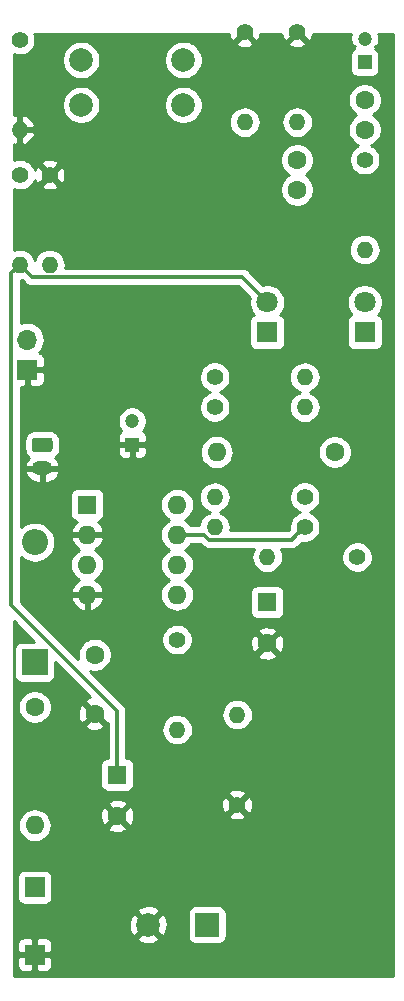
<source format=gbr>
G04 #@! TF.GenerationSoftware,KiCad,Pcbnew,(5.1.2)-2*
G04 #@! TF.CreationDate,2019-08-13T00:16:00-07:00*
G04 #@! TF.ProjectId,PiPowerSystem,5069506f-7765-4725-9379-7374656d2e6b,rev?*
G04 #@! TF.SameCoordinates,Original*
G04 #@! TF.FileFunction,Copper,L2,Bot*
G04 #@! TF.FilePolarity,Positive*
%FSLAX46Y46*%
G04 Gerber Fmt 4.6, Leading zero omitted, Abs format (unit mm)*
G04 Created by KiCad (PCBNEW (5.1.2)-2) date 2019-08-13 00:16:00*
%MOMM*%
%LPD*%
G04 APERTURE LIST*
%ADD10O,1.700000X1.700000*%
%ADD11R,1.700000X1.700000*%
%ADD12C,0.100000*%
%ADD13C,1.200000*%
%ADD14O,1.750000X1.200000*%
%ADD15R,1.600000X1.600000*%
%ADD16C,1.600000*%
%ADD17R,2.000000X2.000000*%
%ADD18C,2.000000*%
%ADD19R,1.200000X1.200000*%
%ADD20R,2.200000X2.200000*%
%ADD21O,2.200000X2.200000*%
%ADD22R,1.800000X1.800000*%
%ADD23C,1.800000*%
%ADD24O,1.600000X1.600000*%
%ADD25O,1.400000X1.400000*%
%ADD26C,1.400000*%
%ADD27C,0.300000*%
%ADD28C,0.254000*%
G04 APERTURE END LIST*
D10*
X128905000Y-87630000D03*
D11*
X128905000Y-90170000D03*
D12*
G36*
X130824505Y-95921204D02*
G01*
X130848773Y-95924804D01*
X130872572Y-95930765D01*
X130895671Y-95939030D01*
X130917850Y-95949520D01*
X130938893Y-95962132D01*
X130958599Y-95976747D01*
X130976777Y-95993223D01*
X130993253Y-96011401D01*
X131007868Y-96031107D01*
X131020480Y-96052150D01*
X131030970Y-96074329D01*
X131039235Y-96097428D01*
X131045196Y-96121227D01*
X131048796Y-96145495D01*
X131050000Y-96169999D01*
X131050000Y-96870001D01*
X131048796Y-96894505D01*
X131045196Y-96918773D01*
X131039235Y-96942572D01*
X131030970Y-96965671D01*
X131020480Y-96987850D01*
X131007868Y-97008893D01*
X130993253Y-97028599D01*
X130976777Y-97046777D01*
X130958599Y-97063253D01*
X130938893Y-97077868D01*
X130917850Y-97090480D01*
X130895671Y-97100970D01*
X130872572Y-97109235D01*
X130848773Y-97115196D01*
X130824505Y-97118796D01*
X130800001Y-97120000D01*
X129549999Y-97120000D01*
X129525495Y-97118796D01*
X129501227Y-97115196D01*
X129477428Y-97109235D01*
X129454329Y-97100970D01*
X129432150Y-97090480D01*
X129411107Y-97077868D01*
X129391401Y-97063253D01*
X129373223Y-97046777D01*
X129356747Y-97028599D01*
X129342132Y-97008893D01*
X129329520Y-96987850D01*
X129319030Y-96965671D01*
X129310765Y-96942572D01*
X129304804Y-96918773D01*
X129301204Y-96894505D01*
X129300000Y-96870001D01*
X129300000Y-96169999D01*
X129301204Y-96145495D01*
X129304804Y-96121227D01*
X129310765Y-96097428D01*
X129319030Y-96074329D01*
X129329520Y-96052150D01*
X129342132Y-96031107D01*
X129356747Y-96011401D01*
X129373223Y-95993223D01*
X129391401Y-95976747D01*
X129411107Y-95962132D01*
X129432150Y-95949520D01*
X129454329Y-95939030D01*
X129477428Y-95930765D01*
X129501227Y-95924804D01*
X129525495Y-95921204D01*
X129549999Y-95920000D01*
X130800001Y-95920000D01*
X130824505Y-95921204D01*
X130824505Y-95921204D01*
G37*
D13*
X130175000Y-96520000D03*
D14*
X130175000Y-98520000D03*
D15*
X149225000Y-109855000D03*
D16*
X149225000Y-113355000D03*
X134620000Y-114300000D03*
X134620000Y-119300000D03*
D17*
X144145000Y-137160000D03*
D18*
X139145000Y-137160000D03*
D16*
X136525000Y-127960000D03*
D15*
X136525000Y-124460000D03*
D16*
X151765000Y-72430000D03*
X151765000Y-74930000D03*
D19*
X137795000Y-96520000D03*
D13*
X137795000Y-94520000D03*
D16*
X157480000Y-69850000D03*
X157480000Y-67350000D03*
D13*
X157480000Y-62135000D03*
D19*
X157480000Y-64135000D03*
D20*
X129540000Y-114935000D03*
D21*
X129540000Y-104775000D03*
D22*
X149225000Y-86995000D03*
D23*
X149225000Y-84455000D03*
X157480000Y-84455000D03*
D22*
X157480000Y-86995000D03*
D15*
X133985000Y-101600000D03*
D24*
X141605000Y-109220000D03*
X133985000Y-104140000D03*
X141605000Y-106680000D03*
X133985000Y-106680000D03*
X141605000Y-104140000D03*
X133985000Y-109220000D03*
X141605000Y-101600000D03*
D18*
X142115000Y-63955000D03*
X133475000Y-63955000D03*
X133475000Y-67755000D03*
X142115000Y-67755000D03*
D11*
X129540000Y-133985000D03*
X129540000Y-139700000D03*
D16*
X154940000Y-97155000D03*
D24*
X144940000Y-97155000D03*
X129540000Y-128745000D03*
D16*
X129540000Y-118745000D03*
D25*
X147320000Y-69215000D03*
D26*
X147320000Y-61595000D03*
X156845000Y-106045000D03*
D25*
X149225000Y-106045000D03*
D26*
X128270000Y-62230000D03*
D25*
X128270000Y-69850000D03*
X144780000Y-103505000D03*
D26*
X152400000Y-103505000D03*
D25*
X128270000Y-81280000D03*
D26*
X128270000Y-73660000D03*
X130810000Y-73660000D03*
D25*
X130810000Y-81280000D03*
X152400000Y-90805000D03*
D26*
X144780000Y-90805000D03*
X144780000Y-93345000D03*
D25*
X152400000Y-93345000D03*
D26*
X157480000Y-72390000D03*
D25*
X157480000Y-80010000D03*
D26*
X151765000Y-61595000D03*
D25*
X151765000Y-69215000D03*
X146685000Y-119380000D03*
D26*
X146685000Y-127000000D03*
X141605000Y-113030000D03*
D25*
X141605000Y-120650000D03*
X144780000Y-100965000D03*
D26*
X152400000Y-100965000D03*
D27*
X136525000Y-123360000D02*
X136525000Y-124460000D01*
X136525000Y-119089998D02*
X136525000Y-123360000D01*
X127570001Y-110134999D02*
X136525000Y-119089998D01*
X127570001Y-81979999D02*
X127570001Y-110134999D01*
X128270000Y-81280000D02*
X127570001Y-81979999D01*
X128969999Y-81979999D02*
X128270000Y-81280000D01*
X129320001Y-82330001D02*
X128969999Y-81979999D01*
X147100001Y-82330001D02*
X129320001Y-82330001D01*
X149225000Y-84455000D02*
X147100001Y-82330001D01*
X151700001Y-104204999D02*
X152400000Y-103505000D01*
X151349999Y-104555001D02*
X151700001Y-104204999D01*
X144275999Y-104555001D02*
X151349999Y-104555001D01*
X143860998Y-104140000D02*
X144275999Y-104555001D01*
X141605000Y-104140000D02*
X143860998Y-104140000D01*
D28*
G36*
X146020875Y-61929344D02*
G01*
X146111065Y-62176366D01*
X146164963Y-62277203D01*
X146398731Y-62336664D01*
X147013395Y-61722000D01*
X147626605Y-61722000D01*
X148241269Y-62336664D01*
X148475037Y-62277203D01*
X148585934Y-62038758D01*
X148648183Y-61783260D01*
X148650796Y-61722000D01*
X150433749Y-61722000D01*
X150465875Y-61929344D01*
X150556065Y-62176366D01*
X150609963Y-62277203D01*
X150843731Y-62336664D01*
X151458395Y-61722000D01*
X152071605Y-61722000D01*
X152686269Y-62336664D01*
X152920037Y-62277203D01*
X153030934Y-62038758D01*
X153093183Y-61783260D01*
X153095796Y-61722000D01*
X156311011Y-61722000D01*
X156305763Y-61733516D01*
X156250000Y-61970313D01*
X156241505Y-62213438D01*
X156280605Y-62453549D01*
X156365798Y-62681418D01*
X156406652Y-62757852D01*
X156630234Y-62805158D01*
X156513128Y-62922264D01*
X156571006Y-62980142D01*
X156525506Y-63004463D01*
X156428815Y-63083815D01*
X156349463Y-63180506D01*
X156290498Y-63290820D01*
X156254188Y-63410518D01*
X156241928Y-63535000D01*
X156241928Y-64735000D01*
X156254188Y-64859482D01*
X156290498Y-64979180D01*
X156349463Y-65089494D01*
X156428815Y-65186185D01*
X156525506Y-65265537D01*
X156635820Y-65324502D01*
X156755518Y-65360812D01*
X156880000Y-65373072D01*
X158080000Y-65373072D01*
X158204482Y-65360812D01*
X158324180Y-65324502D01*
X158434494Y-65265537D01*
X158531185Y-65186185D01*
X158610537Y-65089494D01*
X158669502Y-64979180D01*
X158705812Y-64859482D01*
X158718072Y-64735000D01*
X158718072Y-63535000D01*
X158705812Y-63410518D01*
X158669502Y-63290820D01*
X158610537Y-63180506D01*
X158531185Y-63083815D01*
X158434494Y-63004463D01*
X158388994Y-62980142D01*
X158446872Y-62922264D01*
X158329766Y-62805158D01*
X158553348Y-62757852D01*
X158654237Y-62536484D01*
X158710000Y-62299687D01*
X158718495Y-62056562D01*
X158679395Y-61816451D01*
X158644083Y-61722000D01*
X159893000Y-61722000D01*
X159893000Y-141478000D01*
X127762000Y-141478000D01*
X127762000Y-140550000D01*
X128051928Y-140550000D01*
X128064188Y-140674482D01*
X128100498Y-140794180D01*
X128159463Y-140904494D01*
X128238815Y-141001185D01*
X128335506Y-141080537D01*
X128445820Y-141139502D01*
X128565518Y-141175812D01*
X128690000Y-141188072D01*
X129254250Y-141185000D01*
X129413000Y-141026250D01*
X129413000Y-139827000D01*
X129667000Y-139827000D01*
X129667000Y-141026250D01*
X129825750Y-141185000D01*
X130390000Y-141188072D01*
X130514482Y-141175812D01*
X130634180Y-141139502D01*
X130744494Y-141080537D01*
X130841185Y-141001185D01*
X130920537Y-140904494D01*
X130979502Y-140794180D01*
X131015812Y-140674482D01*
X131028072Y-140550000D01*
X131025000Y-139985750D01*
X130866250Y-139827000D01*
X129667000Y-139827000D01*
X129413000Y-139827000D01*
X128213750Y-139827000D01*
X128055000Y-139985750D01*
X128051928Y-140550000D01*
X127762000Y-140550000D01*
X127762000Y-138850000D01*
X128051928Y-138850000D01*
X128055000Y-139414250D01*
X128213750Y-139573000D01*
X129413000Y-139573000D01*
X129413000Y-138373750D01*
X129667000Y-138373750D01*
X129667000Y-139573000D01*
X130866250Y-139573000D01*
X131025000Y-139414250D01*
X131028072Y-138850000D01*
X131015812Y-138725518D01*
X130979502Y-138605820D01*
X130920537Y-138495506D01*
X130841185Y-138398815D01*
X130744494Y-138319463D01*
X130699501Y-138295413D01*
X138189192Y-138295413D01*
X138284956Y-138559814D01*
X138574571Y-138700704D01*
X138886108Y-138782384D01*
X139207595Y-138801718D01*
X139526675Y-138757961D01*
X139831088Y-138652795D01*
X140005044Y-138559814D01*
X140100808Y-138295413D01*
X139145000Y-137339605D01*
X138189192Y-138295413D01*
X130699501Y-138295413D01*
X130634180Y-138260498D01*
X130514482Y-138224188D01*
X130390000Y-138211928D01*
X129825750Y-138215000D01*
X129667000Y-138373750D01*
X129413000Y-138373750D01*
X129254250Y-138215000D01*
X128690000Y-138211928D01*
X128565518Y-138224188D01*
X128445820Y-138260498D01*
X128335506Y-138319463D01*
X128238815Y-138398815D01*
X128159463Y-138495506D01*
X128100498Y-138605820D01*
X128064188Y-138725518D01*
X128051928Y-138850000D01*
X127762000Y-138850000D01*
X127762000Y-137222595D01*
X137503282Y-137222595D01*
X137547039Y-137541675D01*
X137652205Y-137846088D01*
X137745186Y-138020044D01*
X138009587Y-138115808D01*
X138965395Y-137160000D01*
X139324605Y-137160000D01*
X140280413Y-138115808D01*
X140544814Y-138020044D01*
X140685704Y-137730429D01*
X140767384Y-137418892D01*
X140786718Y-137097405D01*
X140742961Y-136778325D01*
X140637795Y-136473912D01*
X140544814Y-136299956D01*
X140280413Y-136204192D01*
X139324605Y-137160000D01*
X138965395Y-137160000D01*
X138009587Y-136204192D01*
X137745186Y-136299956D01*
X137604296Y-136589571D01*
X137522616Y-136901108D01*
X137503282Y-137222595D01*
X127762000Y-137222595D01*
X127762000Y-136024587D01*
X138189192Y-136024587D01*
X139145000Y-136980395D01*
X139965395Y-136160000D01*
X142506928Y-136160000D01*
X142506928Y-138160000D01*
X142519188Y-138284482D01*
X142555498Y-138404180D01*
X142614463Y-138514494D01*
X142693815Y-138611185D01*
X142790506Y-138690537D01*
X142900820Y-138749502D01*
X143020518Y-138785812D01*
X143145000Y-138798072D01*
X145145000Y-138798072D01*
X145269482Y-138785812D01*
X145389180Y-138749502D01*
X145499494Y-138690537D01*
X145596185Y-138611185D01*
X145675537Y-138514494D01*
X145734502Y-138404180D01*
X145770812Y-138284482D01*
X145783072Y-138160000D01*
X145783072Y-136160000D01*
X145770812Y-136035518D01*
X145734502Y-135915820D01*
X145675537Y-135805506D01*
X145596185Y-135708815D01*
X145499494Y-135629463D01*
X145389180Y-135570498D01*
X145269482Y-135534188D01*
X145145000Y-135521928D01*
X143145000Y-135521928D01*
X143020518Y-135534188D01*
X142900820Y-135570498D01*
X142790506Y-135629463D01*
X142693815Y-135708815D01*
X142614463Y-135805506D01*
X142555498Y-135915820D01*
X142519188Y-136035518D01*
X142506928Y-136160000D01*
X139965395Y-136160000D01*
X140100808Y-136024587D01*
X140005044Y-135760186D01*
X139715429Y-135619296D01*
X139403892Y-135537616D01*
X139082405Y-135518282D01*
X138763325Y-135562039D01*
X138458912Y-135667205D01*
X138284956Y-135760186D01*
X138189192Y-136024587D01*
X127762000Y-136024587D01*
X127762000Y-133135000D01*
X128051928Y-133135000D01*
X128051928Y-134835000D01*
X128064188Y-134959482D01*
X128100498Y-135079180D01*
X128159463Y-135189494D01*
X128238815Y-135286185D01*
X128335506Y-135365537D01*
X128445820Y-135424502D01*
X128565518Y-135460812D01*
X128690000Y-135473072D01*
X130390000Y-135473072D01*
X130514482Y-135460812D01*
X130634180Y-135424502D01*
X130744494Y-135365537D01*
X130841185Y-135286185D01*
X130920537Y-135189494D01*
X130979502Y-135079180D01*
X131015812Y-134959482D01*
X131028072Y-134835000D01*
X131028072Y-133135000D01*
X131015812Y-133010518D01*
X130979502Y-132890820D01*
X130920537Y-132780506D01*
X130841185Y-132683815D01*
X130744494Y-132604463D01*
X130634180Y-132545498D01*
X130514482Y-132509188D01*
X130390000Y-132496928D01*
X128690000Y-132496928D01*
X128565518Y-132509188D01*
X128445820Y-132545498D01*
X128335506Y-132604463D01*
X128238815Y-132683815D01*
X128159463Y-132780506D01*
X128100498Y-132890820D01*
X128064188Y-133010518D01*
X128051928Y-133135000D01*
X127762000Y-133135000D01*
X127762000Y-128745000D01*
X128098057Y-128745000D01*
X128125764Y-129026309D01*
X128207818Y-129296808D01*
X128341068Y-129546101D01*
X128520392Y-129764608D01*
X128738899Y-129943932D01*
X128988192Y-130077182D01*
X129258691Y-130159236D01*
X129469508Y-130180000D01*
X129610492Y-130180000D01*
X129821309Y-130159236D01*
X130091808Y-130077182D01*
X130341101Y-129943932D01*
X130559608Y-129764608D01*
X130738932Y-129546101D01*
X130872182Y-129296808D01*
X130954236Y-129026309D01*
X130961485Y-128952702D01*
X135711903Y-128952702D01*
X135783486Y-129196671D01*
X136038996Y-129317571D01*
X136313184Y-129386300D01*
X136595512Y-129400217D01*
X136875130Y-129358787D01*
X137141292Y-129263603D01*
X137266514Y-129196671D01*
X137338097Y-128952702D01*
X136525000Y-128139605D01*
X135711903Y-128952702D01*
X130961485Y-128952702D01*
X130981943Y-128745000D01*
X130954236Y-128463691D01*
X130872182Y-128193192D01*
X130785228Y-128030512D01*
X135084783Y-128030512D01*
X135126213Y-128310130D01*
X135221397Y-128576292D01*
X135288329Y-128701514D01*
X135532298Y-128773097D01*
X136345395Y-127960000D01*
X136704605Y-127960000D01*
X137517702Y-128773097D01*
X137761671Y-128701514D01*
X137882571Y-128446004D01*
X137951300Y-128171816D01*
X137963650Y-127921269D01*
X145943336Y-127921269D01*
X146002797Y-128155037D01*
X146241242Y-128265934D01*
X146496740Y-128328183D01*
X146759473Y-128339390D01*
X147019344Y-128299125D01*
X147266366Y-128208935D01*
X147367203Y-128155037D01*
X147426664Y-127921269D01*
X146685000Y-127179605D01*
X145943336Y-127921269D01*
X137963650Y-127921269D01*
X137965217Y-127889488D01*
X137923787Y-127609870D01*
X137828603Y-127343708D01*
X137761671Y-127218486D01*
X137517702Y-127146903D01*
X136704605Y-127960000D01*
X136345395Y-127960000D01*
X135532298Y-127146903D01*
X135288329Y-127218486D01*
X135167429Y-127473996D01*
X135098700Y-127748184D01*
X135084783Y-128030512D01*
X130785228Y-128030512D01*
X130738932Y-127943899D01*
X130559608Y-127725392D01*
X130341101Y-127546068D01*
X130091808Y-127412818D01*
X129821309Y-127330764D01*
X129610492Y-127310000D01*
X129469508Y-127310000D01*
X129258691Y-127330764D01*
X128988192Y-127412818D01*
X128738899Y-127546068D01*
X128520392Y-127725392D01*
X128341068Y-127943899D01*
X128207818Y-128193192D01*
X128125764Y-128463691D01*
X128098057Y-128745000D01*
X127762000Y-128745000D01*
X127762000Y-126967298D01*
X135711903Y-126967298D01*
X136525000Y-127780395D01*
X137230922Y-127074473D01*
X145345610Y-127074473D01*
X145385875Y-127334344D01*
X145476065Y-127581366D01*
X145529963Y-127682203D01*
X145763731Y-127741664D01*
X146505395Y-127000000D01*
X146864605Y-127000000D01*
X147606269Y-127741664D01*
X147840037Y-127682203D01*
X147950934Y-127443758D01*
X148013183Y-127188260D01*
X148024390Y-126925527D01*
X147984125Y-126665656D01*
X147893935Y-126418634D01*
X147840037Y-126317797D01*
X147606269Y-126258336D01*
X146864605Y-127000000D01*
X146505395Y-127000000D01*
X145763731Y-126258336D01*
X145529963Y-126317797D01*
X145419066Y-126556242D01*
X145356817Y-126811740D01*
X145345610Y-127074473D01*
X137230922Y-127074473D01*
X137338097Y-126967298D01*
X137266514Y-126723329D01*
X137011004Y-126602429D01*
X136736816Y-126533700D01*
X136454488Y-126519783D01*
X136174870Y-126561213D01*
X135908708Y-126656397D01*
X135783486Y-126723329D01*
X135711903Y-126967298D01*
X127762000Y-126967298D01*
X127762000Y-126078731D01*
X145943336Y-126078731D01*
X146685000Y-126820395D01*
X147426664Y-126078731D01*
X147367203Y-125844963D01*
X147128758Y-125734066D01*
X146873260Y-125671817D01*
X146610527Y-125660610D01*
X146350656Y-125700875D01*
X146103634Y-125791065D01*
X146002797Y-125844963D01*
X145943336Y-126078731D01*
X127762000Y-126078731D01*
X127762000Y-120292702D01*
X133806903Y-120292702D01*
X133878486Y-120536671D01*
X134133996Y-120657571D01*
X134408184Y-120726300D01*
X134690512Y-120740217D01*
X134970130Y-120698787D01*
X135236292Y-120603603D01*
X135361514Y-120536671D01*
X135433097Y-120292702D01*
X134620000Y-119479605D01*
X133806903Y-120292702D01*
X127762000Y-120292702D01*
X127762000Y-118603665D01*
X128105000Y-118603665D01*
X128105000Y-118886335D01*
X128160147Y-119163574D01*
X128268320Y-119424727D01*
X128425363Y-119659759D01*
X128625241Y-119859637D01*
X128860273Y-120016680D01*
X129121426Y-120124853D01*
X129398665Y-120180000D01*
X129681335Y-120180000D01*
X129958574Y-120124853D01*
X130219727Y-120016680D01*
X130454759Y-119859637D01*
X130654637Y-119659759D01*
X130811680Y-119424727D01*
X130834136Y-119370512D01*
X133179783Y-119370512D01*
X133221213Y-119650130D01*
X133316397Y-119916292D01*
X133383329Y-120041514D01*
X133627298Y-120113097D01*
X134440395Y-119300000D01*
X133627298Y-118486903D01*
X133383329Y-118558486D01*
X133262429Y-118813996D01*
X133193700Y-119088184D01*
X133179783Y-119370512D01*
X130834136Y-119370512D01*
X130919853Y-119163574D01*
X130975000Y-118886335D01*
X130975000Y-118603665D01*
X130919853Y-118326426D01*
X130811680Y-118065273D01*
X130654637Y-117830241D01*
X130454759Y-117630363D01*
X130219727Y-117473320D01*
X129958574Y-117365147D01*
X129681335Y-117310000D01*
X129398665Y-117310000D01*
X129121426Y-117365147D01*
X128860273Y-117473320D01*
X128625241Y-117630363D01*
X128425363Y-117830241D01*
X128268320Y-118065273D01*
X128160147Y-118326426D01*
X128105000Y-118603665D01*
X127762000Y-118603665D01*
X127762000Y-111437155D01*
X129521773Y-113196928D01*
X128440000Y-113196928D01*
X128315518Y-113209188D01*
X128195820Y-113245498D01*
X128085506Y-113304463D01*
X127988815Y-113383815D01*
X127909463Y-113480506D01*
X127850498Y-113590820D01*
X127814188Y-113710518D01*
X127801928Y-113835000D01*
X127801928Y-116035000D01*
X127814188Y-116159482D01*
X127850498Y-116279180D01*
X127909463Y-116389494D01*
X127988815Y-116486185D01*
X128085506Y-116565537D01*
X128195820Y-116624502D01*
X128315518Y-116660812D01*
X128440000Y-116673072D01*
X130640000Y-116673072D01*
X130764482Y-116660812D01*
X130884180Y-116624502D01*
X130994494Y-116565537D01*
X131091185Y-116486185D01*
X131170537Y-116389494D01*
X131229502Y-116279180D01*
X131265812Y-116159482D01*
X131278072Y-116035000D01*
X131278072Y-114953227D01*
X134237598Y-117912754D01*
X134003708Y-117996397D01*
X133878486Y-118063329D01*
X133806903Y-118307298D01*
X134620000Y-119120395D01*
X134634143Y-119106253D01*
X134813748Y-119285858D01*
X134799605Y-119300000D01*
X135612702Y-120113097D01*
X135740000Y-120075746D01*
X135740001Y-123021928D01*
X135725000Y-123021928D01*
X135600518Y-123034188D01*
X135480820Y-123070498D01*
X135370506Y-123129463D01*
X135273815Y-123208815D01*
X135194463Y-123305506D01*
X135135498Y-123415820D01*
X135099188Y-123535518D01*
X135086928Y-123660000D01*
X135086928Y-125260000D01*
X135099188Y-125384482D01*
X135135498Y-125504180D01*
X135194463Y-125614494D01*
X135273815Y-125711185D01*
X135370506Y-125790537D01*
X135480820Y-125849502D01*
X135600518Y-125885812D01*
X135725000Y-125898072D01*
X137325000Y-125898072D01*
X137449482Y-125885812D01*
X137569180Y-125849502D01*
X137679494Y-125790537D01*
X137776185Y-125711185D01*
X137855537Y-125614494D01*
X137914502Y-125504180D01*
X137950812Y-125384482D01*
X137963072Y-125260000D01*
X137963072Y-123660000D01*
X137950812Y-123535518D01*
X137914502Y-123415820D01*
X137855537Y-123305506D01*
X137776185Y-123208815D01*
X137679494Y-123129463D01*
X137569180Y-123070498D01*
X137449482Y-123034188D01*
X137325000Y-123021928D01*
X137310000Y-123021928D01*
X137310000Y-120650000D01*
X140263541Y-120650000D01*
X140289317Y-120911706D01*
X140365653Y-121163354D01*
X140489618Y-121395275D01*
X140656445Y-121598555D01*
X140859725Y-121765382D01*
X141091646Y-121889347D01*
X141343294Y-121965683D01*
X141539421Y-121985000D01*
X141670579Y-121985000D01*
X141866706Y-121965683D01*
X142118354Y-121889347D01*
X142350275Y-121765382D01*
X142553555Y-121598555D01*
X142720382Y-121395275D01*
X142844347Y-121163354D01*
X142920683Y-120911706D01*
X142946459Y-120650000D01*
X142920683Y-120388294D01*
X142844347Y-120136646D01*
X142720382Y-119904725D01*
X142553555Y-119701445D01*
X142350275Y-119534618D01*
X142118354Y-119410653D01*
X142017304Y-119380000D01*
X145343541Y-119380000D01*
X145369317Y-119641706D01*
X145445653Y-119893354D01*
X145569618Y-120125275D01*
X145736445Y-120328555D01*
X145939725Y-120495382D01*
X146171646Y-120619347D01*
X146423294Y-120695683D01*
X146619421Y-120715000D01*
X146750579Y-120715000D01*
X146946706Y-120695683D01*
X147198354Y-120619347D01*
X147430275Y-120495382D01*
X147633555Y-120328555D01*
X147800382Y-120125275D01*
X147924347Y-119893354D01*
X148000683Y-119641706D01*
X148026459Y-119380000D01*
X148000683Y-119118294D01*
X147924347Y-118866646D01*
X147800382Y-118634725D01*
X147633555Y-118431445D01*
X147430275Y-118264618D01*
X147198354Y-118140653D01*
X146946706Y-118064317D01*
X146750579Y-118045000D01*
X146619421Y-118045000D01*
X146423294Y-118064317D01*
X146171646Y-118140653D01*
X145939725Y-118264618D01*
X145736445Y-118431445D01*
X145569618Y-118634725D01*
X145445653Y-118866646D01*
X145369317Y-119118294D01*
X145343541Y-119380000D01*
X142017304Y-119380000D01*
X141866706Y-119334317D01*
X141670579Y-119315000D01*
X141539421Y-119315000D01*
X141343294Y-119334317D01*
X141091646Y-119410653D01*
X140859725Y-119534618D01*
X140656445Y-119701445D01*
X140489618Y-119904725D01*
X140365653Y-120136646D01*
X140289317Y-120388294D01*
X140263541Y-120650000D01*
X137310000Y-120650000D01*
X137310000Y-119128550D01*
X137313797Y-119089997D01*
X137310000Y-119051444D01*
X137310000Y-119051437D01*
X137298641Y-118936111D01*
X137253754Y-118788138D01*
X137180862Y-118651765D01*
X137082764Y-118532234D01*
X137052817Y-118507657D01*
X134230869Y-115685710D01*
X134478665Y-115735000D01*
X134761335Y-115735000D01*
X135038574Y-115679853D01*
X135299727Y-115571680D01*
X135534759Y-115414637D01*
X135734637Y-115214759D01*
X135891680Y-114979727D01*
X135999853Y-114718574D01*
X136055000Y-114441335D01*
X136055000Y-114158665D01*
X135999853Y-113881426D01*
X135891680Y-113620273D01*
X135734637Y-113385241D01*
X135534759Y-113185363D01*
X135299727Y-113028320D01*
X135038574Y-112920147D01*
X134929820Y-112898514D01*
X140270000Y-112898514D01*
X140270000Y-113161486D01*
X140321304Y-113419405D01*
X140421939Y-113662359D01*
X140568038Y-113881013D01*
X140753987Y-114066962D01*
X140972641Y-114213061D01*
X141215595Y-114313696D01*
X141473514Y-114365000D01*
X141736486Y-114365000D01*
X141823447Y-114347702D01*
X148411903Y-114347702D01*
X148483486Y-114591671D01*
X148738996Y-114712571D01*
X149013184Y-114781300D01*
X149295512Y-114795217D01*
X149575130Y-114753787D01*
X149841292Y-114658603D01*
X149966514Y-114591671D01*
X150038097Y-114347702D01*
X149225000Y-113534605D01*
X148411903Y-114347702D01*
X141823447Y-114347702D01*
X141994405Y-114313696D01*
X142237359Y-114213061D01*
X142456013Y-114066962D01*
X142641962Y-113881013D01*
X142788061Y-113662359D01*
X142886166Y-113425512D01*
X147784783Y-113425512D01*
X147826213Y-113705130D01*
X147921397Y-113971292D01*
X147988329Y-114096514D01*
X148232298Y-114168097D01*
X149045395Y-113355000D01*
X149404605Y-113355000D01*
X150217702Y-114168097D01*
X150461671Y-114096514D01*
X150582571Y-113841004D01*
X150651300Y-113566816D01*
X150665217Y-113284488D01*
X150623787Y-113004870D01*
X150528603Y-112738708D01*
X150461671Y-112613486D01*
X150217702Y-112541903D01*
X149404605Y-113355000D01*
X149045395Y-113355000D01*
X148232298Y-112541903D01*
X147988329Y-112613486D01*
X147867429Y-112868996D01*
X147798700Y-113143184D01*
X147784783Y-113425512D01*
X142886166Y-113425512D01*
X142888696Y-113419405D01*
X142940000Y-113161486D01*
X142940000Y-112898514D01*
X142888696Y-112640595D01*
X142788061Y-112397641D01*
X142764446Y-112362298D01*
X148411903Y-112362298D01*
X149225000Y-113175395D01*
X150038097Y-112362298D01*
X149966514Y-112118329D01*
X149711004Y-111997429D01*
X149436816Y-111928700D01*
X149154488Y-111914783D01*
X148874870Y-111956213D01*
X148608708Y-112051397D01*
X148483486Y-112118329D01*
X148411903Y-112362298D01*
X142764446Y-112362298D01*
X142641962Y-112178987D01*
X142456013Y-111993038D01*
X142237359Y-111846939D01*
X141994405Y-111746304D01*
X141736486Y-111695000D01*
X141473514Y-111695000D01*
X141215595Y-111746304D01*
X140972641Y-111846939D01*
X140753987Y-111993038D01*
X140568038Y-112178987D01*
X140421939Y-112397641D01*
X140321304Y-112640595D01*
X140270000Y-112898514D01*
X134929820Y-112898514D01*
X134761335Y-112865000D01*
X134478665Y-112865000D01*
X134201426Y-112920147D01*
X133940273Y-113028320D01*
X133705241Y-113185363D01*
X133505363Y-113385241D01*
X133348320Y-113620273D01*
X133240147Y-113881426D01*
X133185000Y-114158665D01*
X133185000Y-114441335D01*
X133234290Y-114689131D01*
X128355001Y-109809842D01*
X128355001Y-109569039D01*
X132593096Y-109569039D01*
X132633754Y-109703087D01*
X132753963Y-109957420D01*
X132921481Y-110183414D01*
X133129869Y-110372385D01*
X133371119Y-110517070D01*
X133635960Y-110611909D01*
X133858000Y-110490624D01*
X133858000Y-109347000D01*
X134112000Y-109347000D01*
X134112000Y-110490624D01*
X134334040Y-110611909D01*
X134598881Y-110517070D01*
X134840131Y-110372385D01*
X135048519Y-110183414D01*
X135216037Y-109957420D01*
X135336246Y-109703087D01*
X135376904Y-109569039D01*
X135254915Y-109347000D01*
X134112000Y-109347000D01*
X133858000Y-109347000D01*
X132715085Y-109347000D01*
X132593096Y-109569039D01*
X128355001Y-109569039D01*
X128355001Y-106680000D01*
X132543057Y-106680000D01*
X132570764Y-106961309D01*
X132652818Y-107231808D01*
X132786068Y-107481101D01*
X132965392Y-107699608D01*
X133183899Y-107878932D01*
X133321682Y-107952579D01*
X133129869Y-108067615D01*
X132921481Y-108256586D01*
X132753963Y-108482580D01*
X132633754Y-108736913D01*
X132593096Y-108870961D01*
X132715085Y-109093000D01*
X133858000Y-109093000D01*
X133858000Y-109073000D01*
X134112000Y-109073000D01*
X134112000Y-109093000D01*
X135254915Y-109093000D01*
X135376904Y-108870961D01*
X135336246Y-108736913D01*
X135216037Y-108482580D01*
X135048519Y-108256586D01*
X134840131Y-108067615D01*
X134648318Y-107952579D01*
X134786101Y-107878932D01*
X135004608Y-107699608D01*
X135183932Y-107481101D01*
X135317182Y-107231808D01*
X135399236Y-106961309D01*
X135426943Y-106680000D01*
X135399236Y-106398691D01*
X135317182Y-106128192D01*
X135183932Y-105878899D01*
X135004608Y-105660392D01*
X134786101Y-105481068D01*
X134648318Y-105407421D01*
X134840131Y-105292385D01*
X135048519Y-105103414D01*
X135216037Y-104877420D01*
X135336246Y-104623087D01*
X135376904Y-104489039D01*
X135254915Y-104267000D01*
X134112000Y-104267000D01*
X134112000Y-104287000D01*
X133858000Y-104287000D01*
X133858000Y-104267000D01*
X132715085Y-104267000D01*
X132593096Y-104489039D01*
X132633754Y-104623087D01*
X132753963Y-104877420D01*
X132921481Y-105103414D01*
X133129869Y-105292385D01*
X133321682Y-105407421D01*
X133183899Y-105481068D01*
X132965392Y-105660392D01*
X132786068Y-105878899D01*
X132652818Y-106128192D01*
X132570764Y-106398691D01*
X132543057Y-106680000D01*
X128355001Y-106680000D01*
X128355001Y-106046967D01*
X128571422Y-106224579D01*
X128872832Y-106385686D01*
X129199881Y-106484895D01*
X129454775Y-106510000D01*
X129625225Y-106510000D01*
X129880119Y-106484895D01*
X130207168Y-106385686D01*
X130508578Y-106224579D01*
X130772766Y-106007766D01*
X130989579Y-105743578D01*
X131150686Y-105442168D01*
X131249895Y-105115119D01*
X131283394Y-104775000D01*
X131249895Y-104434881D01*
X131150686Y-104107832D01*
X130989579Y-103806422D01*
X130772766Y-103542234D01*
X130508578Y-103325421D01*
X130207168Y-103164314D01*
X129880119Y-103065105D01*
X129625225Y-103040000D01*
X129454775Y-103040000D01*
X129199881Y-103065105D01*
X128872832Y-103164314D01*
X128571422Y-103325421D01*
X128355001Y-103503033D01*
X128355001Y-100800000D01*
X132546928Y-100800000D01*
X132546928Y-102400000D01*
X132559188Y-102524482D01*
X132595498Y-102644180D01*
X132654463Y-102754494D01*
X132733815Y-102851185D01*
X132830506Y-102930537D01*
X132940820Y-102989502D01*
X133060518Y-103025812D01*
X133085080Y-103028231D01*
X132921481Y-103176586D01*
X132753963Y-103402580D01*
X132633754Y-103656913D01*
X132593096Y-103790961D01*
X132715085Y-104013000D01*
X133858000Y-104013000D01*
X133858000Y-103993000D01*
X134112000Y-103993000D01*
X134112000Y-104013000D01*
X135254915Y-104013000D01*
X135376904Y-103790961D01*
X135336246Y-103656913D01*
X135216037Y-103402580D01*
X135048519Y-103176586D01*
X134884920Y-103028231D01*
X134909482Y-103025812D01*
X135029180Y-102989502D01*
X135139494Y-102930537D01*
X135236185Y-102851185D01*
X135315537Y-102754494D01*
X135374502Y-102644180D01*
X135410812Y-102524482D01*
X135423072Y-102400000D01*
X135423072Y-101600000D01*
X140163057Y-101600000D01*
X140190764Y-101881309D01*
X140272818Y-102151808D01*
X140406068Y-102401101D01*
X140585392Y-102619608D01*
X140803899Y-102798932D01*
X140936858Y-102870000D01*
X140803899Y-102941068D01*
X140585392Y-103120392D01*
X140406068Y-103338899D01*
X140272818Y-103588192D01*
X140190764Y-103858691D01*
X140163057Y-104140000D01*
X140190764Y-104421309D01*
X140272818Y-104691808D01*
X140406068Y-104941101D01*
X140585392Y-105159608D01*
X140803899Y-105338932D01*
X140936858Y-105410000D01*
X140803899Y-105481068D01*
X140585392Y-105660392D01*
X140406068Y-105878899D01*
X140272818Y-106128192D01*
X140190764Y-106398691D01*
X140163057Y-106680000D01*
X140190764Y-106961309D01*
X140272818Y-107231808D01*
X140406068Y-107481101D01*
X140585392Y-107699608D01*
X140803899Y-107878932D01*
X140936858Y-107950000D01*
X140803899Y-108021068D01*
X140585392Y-108200392D01*
X140406068Y-108418899D01*
X140272818Y-108668192D01*
X140190764Y-108938691D01*
X140163057Y-109220000D01*
X140190764Y-109501309D01*
X140272818Y-109771808D01*
X140406068Y-110021101D01*
X140585392Y-110239608D01*
X140803899Y-110418932D01*
X141053192Y-110552182D01*
X141323691Y-110634236D01*
X141534508Y-110655000D01*
X141675492Y-110655000D01*
X141886309Y-110634236D01*
X142156808Y-110552182D01*
X142406101Y-110418932D01*
X142624608Y-110239608D01*
X142803932Y-110021101D01*
X142937182Y-109771808D01*
X143019236Y-109501309D01*
X143046943Y-109220000D01*
X143030692Y-109055000D01*
X147786928Y-109055000D01*
X147786928Y-110655000D01*
X147799188Y-110779482D01*
X147835498Y-110899180D01*
X147894463Y-111009494D01*
X147973815Y-111106185D01*
X148070506Y-111185537D01*
X148180820Y-111244502D01*
X148300518Y-111280812D01*
X148425000Y-111293072D01*
X150025000Y-111293072D01*
X150149482Y-111280812D01*
X150269180Y-111244502D01*
X150379494Y-111185537D01*
X150476185Y-111106185D01*
X150555537Y-111009494D01*
X150614502Y-110899180D01*
X150650812Y-110779482D01*
X150663072Y-110655000D01*
X150663072Y-109055000D01*
X150650812Y-108930518D01*
X150614502Y-108810820D01*
X150555537Y-108700506D01*
X150476185Y-108603815D01*
X150379494Y-108524463D01*
X150269180Y-108465498D01*
X150149482Y-108429188D01*
X150025000Y-108416928D01*
X148425000Y-108416928D01*
X148300518Y-108429188D01*
X148180820Y-108465498D01*
X148070506Y-108524463D01*
X147973815Y-108603815D01*
X147894463Y-108700506D01*
X147835498Y-108810820D01*
X147799188Y-108930518D01*
X147786928Y-109055000D01*
X143030692Y-109055000D01*
X143019236Y-108938691D01*
X142937182Y-108668192D01*
X142803932Y-108418899D01*
X142624608Y-108200392D01*
X142406101Y-108021068D01*
X142273142Y-107950000D01*
X142406101Y-107878932D01*
X142624608Y-107699608D01*
X142803932Y-107481101D01*
X142937182Y-107231808D01*
X143019236Y-106961309D01*
X143046943Y-106680000D01*
X143019236Y-106398691D01*
X142937182Y-106128192D01*
X142803932Y-105878899D01*
X142624608Y-105660392D01*
X142406101Y-105481068D01*
X142273142Y-105410000D01*
X142406101Y-105338932D01*
X142624608Y-105159608D01*
X142803932Y-104941101D01*
X142812538Y-104925000D01*
X143535841Y-104925000D01*
X143693652Y-105082811D01*
X143718235Y-105112765D01*
X143837766Y-105210863D01*
X143974139Y-105283755D01*
X144122112Y-105328642D01*
X144237438Y-105340001D01*
X144237445Y-105340001D01*
X144275998Y-105343798D01*
X144314551Y-105340001D01*
X148088090Y-105340001D01*
X147985653Y-105531646D01*
X147909317Y-105783294D01*
X147883541Y-106045000D01*
X147909317Y-106306706D01*
X147985653Y-106558354D01*
X148109618Y-106790275D01*
X148276445Y-106993555D01*
X148479725Y-107160382D01*
X148711646Y-107284347D01*
X148963294Y-107360683D01*
X149159421Y-107380000D01*
X149290579Y-107380000D01*
X149486706Y-107360683D01*
X149738354Y-107284347D01*
X149970275Y-107160382D01*
X150173555Y-106993555D01*
X150340382Y-106790275D01*
X150464347Y-106558354D01*
X150540683Y-106306706D01*
X150566459Y-106045000D01*
X150553509Y-105913514D01*
X155510000Y-105913514D01*
X155510000Y-106176486D01*
X155561304Y-106434405D01*
X155661939Y-106677359D01*
X155808038Y-106896013D01*
X155993987Y-107081962D01*
X156212641Y-107228061D01*
X156455595Y-107328696D01*
X156713514Y-107380000D01*
X156976486Y-107380000D01*
X157234405Y-107328696D01*
X157477359Y-107228061D01*
X157696013Y-107081962D01*
X157881962Y-106896013D01*
X158028061Y-106677359D01*
X158128696Y-106434405D01*
X158180000Y-106176486D01*
X158180000Y-105913514D01*
X158128696Y-105655595D01*
X158028061Y-105412641D01*
X157881962Y-105193987D01*
X157696013Y-105008038D01*
X157477359Y-104861939D01*
X157234405Y-104761304D01*
X156976486Y-104710000D01*
X156713514Y-104710000D01*
X156455595Y-104761304D01*
X156212641Y-104861939D01*
X155993987Y-105008038D01*
X155808038Y-105193987D01*
X155661939Y-105412641D01*
X155561304Y-105655595D01*
X155510000Y-105913514D01*
X150553509Y-105913514D01*
X150540683Y-105783294D01*
X150464347Y-105531646D01*
X150361910Y-105340001D01*
X151311446Y-105340001D01*
X151349999Y-105343798D01*
X151388552Y-105340001D01*
X151388560Y-105340001D01*
X151503886Y-105328642D01*
X151651859Y-105283755D01*
X151788232Y-105210863D01*
X151907763Y-105112765D01*
X151932346Y-105082810D01*
X152190645Y-104824511D01*
X152268514Y-104840000D01*
X152531486Y-104840000D01*
X152789405Y-104788696D01*
X153032359Y-104688061D01*
X153251013Y-104541962D01*
X153436962Y-104356013D01*
X153583061Y-104137359D01*
X153683696Y-103894405D01*
X153735000Y-103636486D01*
X153735000Y-103373514D01*
X153683696Y-103115595D01*
X153583061Y-102872641D01*
X153436962Y-102653987D01*
X153251013Y-102468038D01*
X153032359Y-102321939D01*
X152822470Y-102235000D01*
X153032359Y-102148061D01*
X153251013Y-102001962D01*
X153436962Y-101816013D01*
X153583061Y-101597359D01*
X153683696Y-101354405D01*
X153735000Y-101096486D01*
X153735000Y-100833514D01*
X153683696Y-100575595D01*
X153583061Y-100332641D01*
X153436962Y-100113987D01*
X153251013Y-99928038D01*
X153032359Y-99781939D01*
X152789405Y-99681304D01*
X152531486Y-99630000D01*
X152268514Y-99630000D01*
X152010595Y-99681304D01*
X151767641Y-99781939D01*
X151548987Y-99928038D01*
X151363038Y-100113987D01*
X151216939Y-100332641D01*
X151116304Y-100575595D01*
X151065000Y-100833514D01*
X151065000Y-101096486D01*
X151116304Y-101354405D01*
X151216939Y-101597359D01*
X151363038Y-101816013D01*
X151548987Y-102001962D01*
X151767641Y-102148061D01*
X151977530Y-102235000D01*
X151767641Y-102321939D01*
X151548987Y-102468038D01*
X151363038Y-102653987D01*
X151216939Y-102872641D01*
X151116304Y-103115595D01*
X151065000Y-103373514D01*
X151065000Y-103636486D01*
X151080489Y-103714355D01*
X151024843Y-103770001D01*
X146094683Y-103770001D01*
X146095683Y-103766706D01*
X146121459Y-103505000D01*
X146095683Y-103243294D01*
X146019347Y-102991646D01*
X145895382Y-102759725D01*
X145728555Y-102556445D01*
X145525275Y-102389618D01*
X145293354Y-102265653D01*
X145192304Y-102235000D01*
X145293354Y-102204347D01*
X145525275Y-102080382D01*
X145728555Y-101913555D01*
X145895382Y-101710275D01*
X146019347Y-101478354D01*
X146095683Y-101226706D01*
X146121459Y-100965000D01*
X146095683Y-100703294D01*
X146019347Y-100451646D01*
X145895382Y-100219725D01*
X145728555Y-100016445D01*
X145525275Y-99849618D01*
X145293354Y-99725653D01*
X145041706Y-99649317D01*
X144845579Y-99630000D01*
X144714421Y-99630000D01*
X144518294Y-99649317D01*
X144266646Y-99725653D01*
X144034725Y-99849618D01*
X143831445Y-100016445D01*
X143664618Y-100219725D01*
X143540653Y-100451646D01*
X143464317Y-100703294D01*
X143438541Y-100965000D01*
X143464317Y-101226706D01*
X143540653Y-101478354D01*
X143664618Y-101710275D01*
X143831445Y-101913555D01*
X144034725Y-102080382D01*
X144266646Y-102204347D01*
X144367696Y-102235000D01*
X144266646Y-102265653D01*
X144034725Y-102389618D01*
X143831445Y-102556445D01*
X143664618Y-102759725D01*
X143540653Y-102991646D01*
X143464317Y-103243294D01*
X143453315Y-103355000D01*
X142812538Y-103355000D01*
X142803932Y-103338899D01*
X142624608Y-103120392D01*
X142406101Y-102941068D01*
X142273142Y-102870000D01*
X142406101Y-102798932D01*
X142624608Y-102619608D01*
X142803932Y-102401101D01*
X142937182Y-102151808D01*
X143019236Y-101881309D01*
X143046943Y-101600000D01*
X143019236Y-101318691D01*
X142937182Y-101048192D01*
X142803932Y-100798899D01*
X142624608Y-100580392D01*
X142406101Y-100401068D01*
X142156808Y-100267818D01*
X141886309Y-100185764D01*
X141675492Y-100165000D01*
X141534508Y-100165000D01*
X141323691Y-100185764D01*
X141053192Y-100267818D01*
X140803899Y-100401068D01*
X140585392Y-100580392D01*
X140406068Y-100798899D01*
X140272818Y-101048192D01*
X140190764Y-101318691D01*
X140163057Y-101600000D01*
X135423072Y-101600000D01*
X135423072Y-100800000D01*
X135410812Y-100675518D01*
X135374502Y-100555820D01*
X135315537Y-100445506D01*
X135236185Y-100348815D01*
X135139494Y-100269463D01*
X135029180Y-100210498D01*
X134909482Y-100174188D01*
X134785000Y-100161928D01*
X133185000Y-100161928D01*
X133060518Y-100174188D01*
X132940820Y-100210498D01*
X132830506Y-100269463D01*
X132733815Y-100348815D01*
X132654463Y-100445506D01*
X132595498Y-100555820D01*
X132559188Y-100675518D01*
X132546928Y-100800000D01*
X128355001Y-100800000D01*
X128355001Y-98837609D01*
X128706538Y-98837609D01*
X128710409Y-98875282D01*
X128802579Y-99100533D01*
X128936922Y-99303474D01*
X129108275Y-99476307D01*
X129310054Y-99612390D01*
X129534504Y-99706493D01*
X129773000Y-99755000D01*
X130048000Y-99755000D01*
X130048000Y-98647000D01*
X130302000Y-98647000D01*
X130302000Y-99755000D01*
X130577000Y-99755000D01*
X130815496Y-99706493D01*
X131039946Y-99612390D01*
X131241725Y-99476307D01*
X131413078Y-99303474D01*
X131547421Y-99100533D01*
X131639591Y-98875282D01*
X131643462Y-98837609D01*
X131518731Y-98647000D01*
X130302000Y-98647000D01*
X130048000Y-98647000D01*
X128831269Y-98647000D01*
X128706538Y-98837609D01*
X128355001Y-98837609D01*
X128355001Y-96169999D01*
X128661928Y-96169999D01*
X128661928Y-96870001D01*
X128678992Y-97043255D01*
X128729528Y-97209851D01*
X128811595Y-97363387D01*
X128922038Y-97497962D01*
X129056613Y-97608405D01*
X129061406Y-97610967D01*
X128936922Y-97736526D01*
X128802579Y-97939467D01*
X128710409Y-98164718D01*
X128706538Y-98202391D01*
X128831269Y-98393000D01*
X130048000Y-98393000D01*
X130048000Y-98373000D01*
X130302000Y-98373000D01*
X130302000Y-98393000D01*
X131518731Y-98393000D01*
X131643462Y-98202391D01*
X131639591Y-98164718D01*
X131547421Y-97939467D01*
X131413078Y-97736526D01*
X131288594Y-97610967D01*
X131293387Y-97608405D01*
X131427962Y-97497962D01*
X131538405Y-97363387D01*
X131620472Y-97209851D01*
X131647727Y-97120000D01*
X136556928Y-97120000D01*
X136569188Y-97244482D01*
X136605498Y-97364180D01*
X136664463Y-97474494D01*
X136743815Y-97571185D01*
X136840506Y-97650537D01*
X136950820Y-97709502D01*
X137070518Y-97745812D01*
X137195000Y-97758072D01*
X137509250Y-97755000D01*
X137668000Y-97596250D01*
X137668000Y-96647000D01*
X137922000Y-96647000D01*
X137922000Y-97596250D01*
X138080750Y-97755000D01*
X138395000Y-97758072D01*
X138519482Y-97745812D01*
X138639180Y-97709502D01*
X138749494Y-97650537D01*
X138846185Y-97571185D01*
X138925537Y-97474494D01*
X138984502Y-97364180D01*
X139020812Y-97244482D01*
X139029624Y-97155000D01*
X143498057Y-97155000D01*
X143525764Y-97436309D01*
X143607818Y-97706808D01*
X143741068Y-97956101D01*
X143920392Y-98174608D01*
X144138899Y-98353932D01*
X144388192Y-98487182D01*
X144658691Y-98569236D01*
X144869508Y-98590000D01*
X145010492Y-98590000D01*
X145221309Y-98569236D01*
X145491808Y-98487182D01*
X145741101Y-98353932D01*
X145959608Y-98174608D01*
X146138932Y-97956101D01*
X146272182Y-97706808D01*
X146354236Y-97436309D01*
X146381943Y-97155000D01*
X146368023Y-97013665D01*
X153505000Y-97013665D01*
X153505000Y-97296335D01*
X153560147Y-97573574D01*
X153668320Y-97834727D01*
X153825363Y-98069759D01*
X154025241Y-98269637D01*
X154260273Y-98426680D01*
X154521426Y-98534853D01*
X154798665Y-98590000D01*
X155081335Y-98590000D01*
X155358574Y-98534853D01*
X155619727Y-98426680D01*
X155854759Y-98269637D01*
X156054637Y-98069759D01*
X156211680Y-97834727D01*
X156319853Y-97573574D01*
X156375000Y-97296335D01*
X156375000Y-97013665D01*
X156319853Y-96736426D01*
X156211680Y-96475273D01*
X156054637Y-96240241D01*
X155854759Y-96040363D01*
X155619727Y-95883320D01*
X155358574Y-95775147D01*
X155081335Y-95720000D01*
X154798665Y-95720000D01*
X154521426Y-95775147D01*
X154260273Y-95883320D01*
X154025241Y-96040363D01*
X153825363Y-96240241D01*
X153668320Y-96475273D01*
X153560147Y-96736426D01*
X153505000Y-97013665D01*
X146368023Y-97013665D01*
X146354236Y-96873691D01*
X146272182Y-96603192D01*
X146138932Y-96353899D01*
X145959608Y-96135392D01*
X145741101Y-95956068D01*
X145491808Y-95822818D01*
X145221309Y-95740764D01*
X145010492Y-95720000D01*
X144869508Y-95720000D01*
X144658691Y-95740764D01*
X144388192Y-95822818D01*
X144138899Y-95956068D01*
X143920392Y-96135392D01*
X143741068Y-96353899D01*
X143607818Y-96603192D01*
X143525764Y-96873691D01*
X143498057Y-97155000D01*
X139029624Y-97155000D01*
X139033072Y-97120000D01*
X139030000Y-96805750D01*
X138871250Y-96647000D01*
X137922000Y-96647000D01*
X137668000Y-96647000D01*
X136718750Y-96647000D01*
X136560000Y-96805750D01*
X136556928Y-97120000D01*
X131647727Y-97120000D01*
X131671008Y-97043255D01*
X131688072Y-96870001D01*
X131688072Y-96169999D01*
X131671008Y-95996745D01*
X131647728Y-95920000D01*
X136556928Y-95920000D01*
X136560000Y-96234250D01*
X136718750Y-96393000D01*
X137668000Y-96393000D01*
X137668000Y-96373000D01*
X137922000Y-96373000D01*
X137922000Y-96393000D01*
X138871250Y-96393000D01*
X139030000Y-96234250D01*
X139033072Y-95920000D01*
X139020812Y-95795518D01*
X138984502Y-95675820D01*
X138925537Y-95565506D01*
X138846185Y-95468815D01*
X138749494Y-95389463D01*
X138699053Y-95362501D01*
X138754287Y-95307267D01*
X138889443Y-95104992D01*
X138982540Y-94880236D01*
X139030000Y-94641637D01*
X139030000Y-94398363D01*
X138982540Y-94159764D01*
X138889443Y-93935008D01*
X138754287Y-93732733D01*
X138582267Y-93560713D01*
X138379992Y-93425557D01*
X138155236Y-93332460D01*
X137916637Y-93285000D01*
X137673363Y-93285000D01*
X137434764Y-93332460D01*
X137210008Y-93425557D01*
X137007733Y-93560713D01*
X136835713Y-93732733D01*
X136700557Y-93935008D01*
X136607460Y-94159764D01*
X136560000Y-94398363D01*
X136560000Y-94641637D01*
X136607460Y-94880236D01*
X136700557Y-95104992D01*
X136835713Y-95307267D01*
X136890947Y-95362501D01*
X136840506Y-95389463D01*
X136743815Y-95468815D01*
X136664463Y-95565506D01*
X136605498Y-95675820D01*
X136569188Y-95795518D01*
X136556928Y-95920000D01*
X131647728Y-95920000D01*
X131620472Y-95830149D01*
X131538405Y-95676613D01*
X131427962Y-95542038D01*
X131293387Y-95431595D01*
X131139851Y-95349528D01*
X130973255Y-95298992D01*
X130800001Y-95281928D01*
X129549999Y-95281928D01*
X129376745Y-95298992D01*
X129210149Y-95349528D01*
X129056613Y-95431595D01*
X128922038Y-95542038D01*
X128811595Y-95676613D01*
X128729528Y-95830149D01*
X128678992Y-95996745D01*
X128661928Y-96169999D01*
X128355001Y-96169999D01*
X128355001Y-91656439D01*
X128619250Y-91655000D01*
X128778000Y-91496250D01*
X128778000Y-90297000D01*
X129032000Y-90297000D01*
X129032000Y-91496250D01*
X129190750Y-91655000D01*
X129755000Y-91658072D01*
X129879482Y-91645812D01*
X129999180Y-91609502D01*
X130109494Y-91550537D01*
X130206185Y-91471185D01*
X130285537Y-91374494D01*
X130344502Y-91264180D01*
X130380812Y-91144482D01*
X130393072Y-91020000D01*
X130391186Y-90673514D01*
X143445000Y-90673514D01*
X143445000Y-90936486D01*
X143496304Y-91194405D01*
X143596939Y-91437359D01*
X143743038Y-91656013D01*
X143928987Y-91841962D01*
X144147641Y-91988061D01*
X144357530Y-92075000D01*
X144147641Y-92161939D01*
X143928987Y-92308038D01*
X143743038Y-92493987D01*
X143596939Y-92712641D01*
X143496304Y-92955595D01*
X143445000Y-93213514D01*
X143445000Y-93476486D01*
X143496304Y-93734405D01*
X143596939Y-93977359D01*
X143743038Y-94196013D01*
X143928987Y-94381962D01*
X144147641Y-94528061D01*
X144390595Y-94628696D01*
X144648514Y-94680000D01*
X144911486Y-94680000D01*
X145169405Y-94628696D01*
X145412359Y-94528061D01*
X145631013Y-94381962D01*
X145816962Y-94196013D01*
X145963061Y-93977359D01*
X146063696Y-93734405D01*
X146115000Y-93476486D01*
X146115000Y-93213514D01*
X146063696Y-92955595D01*
X145963061Y-92712641D01*
X145816962Y-92493987D01*
X145631013Y-92308038D01*
X145412359Y-92161939D01*
X145202470Y-92075000D01*
X145412359Y-91988061D01*
X145631013Y-91841962D01*
X145816962Y-91656013D01*
X145963061Y-91437359D01*
X146063696Y-91194405D01*
X146115000Y-90936486D01*
X146115000Y-90805000D01*
X151058541Y-90805000D01*
X151084317Y-91066706D01*
X151160653Y-91318354D01*
X151284618Y-91550275D01*
X151451445Y-91753555D01*
X151654725Y-91920382D01*
X151886646Y-92044347D01*
X151987696Y-92075000D01*
X151886646Y-92105653D01*
X151654725Y-92229618D01*
X151451445Y-92396445D01*
X151284618Y-92599725D01*
X151160653Y-92831646D01*
X151084317Y-93083294D01*
X151058541Y-93345000D01*
X151084317Y-93606706D01*
X151160653Y-93858354D01*
X151284618Y-94090275D01*
X151451445Y-94293555D01*
X151654725Y-94460382D01*
X151886646Y-94584347D01*
X152138294Y-94660683D01*
X152334421Y-94680000D01*
X152465579Y-94680000D01*
X152661706Y-94660683D01*
X152913354Y-94584347D01*
X153145275Y-94460382D01*
X153348555Y-94293555D01*
X153515382Y-94090275D01*
X153639347Y-93858354D01*
X153715683Y-93606706D01*
X153741459Y-93345000D01*
X153715683Y-93083294D01*
X153639347Y-92831646D01*
X153515382Y-92599725D01*
X153348555Y-92396445D01*
X153145275Y-92229618D01*
X152913354Y-92105653D01*
X152812304Y-92075000D01*
X152913354Y-92044347D01*
X153145275Y-91920382D01*
X153348555Y-91753555D01*
X153515382Y-91550275D01*
X153639347Y-91318354D01*
X153715683Y-91066706D01*
X153741459Y-90805000D01*
X153715683Y-90543294D01*
X153639347Y-90291646D01*
X153515382Y-90059725D01*
X153348555Y-89856445D01*
X153145275Y-89689618D01*
X152913354Y-89565653D01*
X152661706Y-89489317D01*
X152465579Y-89470000D01*
X152334421Y-89470000D01*
X152138294Y-89489317D01*
X151886646Y-89565653D01*
X151654725Y-89689618D01*
X151451445Y-89856445D01*
X151284618Y-90059725D01*
X151160653Y-90291646D01*
X151084317Y-90543294D01*
X151058541Y-90805000D01*
X146115000Y-90805000D01*
X146115000Y-90673514D01*
X146063696Y-90415595D01*
X145963061Y-90172641D01*
X145816962Y-89953987D01*
X145631013Y-89768038D01*
X145412359Y-89621939D01*
X145169405Y-89521304D01*
X144911486Y-89470000D01*
X144648514Y-89470000D01*
X144390595Y-89521304D01*
X144147641Y-89621939D01*
X143928987Y-89768038D01*
X143743038Y-89953987D01*
X143596939Y-90172641D01*
X143496304Y-90415595D01*
X143445000Y-90673514D01*
X130391186Y-90673514D01*
X130390000Y-90455750D01*
X130231250Y-90297000D01*
X129032000Y-90297000D01*
X128778000Y-90297000D01*
X128758000Y-90297000D01*
X128758000Y-90043000D01*
X128778000Y-90043000D01*
X128778000Y-90023000D01*
X129032000Y-90023000D01*
X129032000Y-90043000D01*
X130231250Y-90043000D01*
X130390000Y-89884250D01*
X130393072Y-89320000D01*
X130380812Y-89195518D01*
X130344502Y-89075820D01*
X130285537Y-88965506D01*
X130206185Y-88868815D01*
X130109494Y-88789463D01*
X129999180Y-88730498D01*
X129930313Y-88709607D01*
X129960134Y-88685134D01*
X130145706Y-88459014D01*
X130283599Y-88201034D01*
X130368513Y-87921111D01*
X130397185Y-87630000D01*
X130368513Y-87338889D01*
X130283599Y-87058966D01*
X130145706Y-86800986D01*
X129960134Y-86574866D01*
X129734014Y-86389294D01*
X129476034Y-86251401D01*
X129196111Y-86166487D01*
X128977950Y-86145000D01*
X128832050Y-86145000D01*
X128613889Y-86166487D01*
X128355001Y-86245020D01*
X128355001Y-82613087D01*
X128480563Y-82600720D01*
X128737650Y-82857806D01*
X128762237Y-82887765D01*
X128881768Y-82985863D01*
X129018141Y-83058755D01*
X129166114Y-83103643D01*
X129241027Y-83111021D01*
X129281440Y-83115001D01*
X129281445Y-83115001D01*
X129320001Y-83118798D01*
X129358557Y-83115001D01*
X146774844Y-83115001D01*
X147735403Y-84075560D01*
X147690000Y-84303816D01*
X147690000Y-84606184D01*
X147748989Y-84902743D01*
X147864701Y-85182095D01*
X148032688Y-85433505D01*
X148099127Y-85499944D01*
X148080820Y-85505498D01*
X147970506Y-85564463D01*
X147873815Y-85643815D01*
X147794463Y-85740506D01*
X147735498Y-85850820D01*
X147699188Y-85970518D01*
X147686928Y-86095000D01*
X147686928Y-87895000D01*
X147699188Y-88019482D01*
X147735498Y-88139180D01*
X147794463Y-88249494D01*
X147873815Y-88346185D01*
X147970506Y-88425537D01*
X148080820Y-88484502D01*
X148200518Y-88520812D01*
X148325000Y-88533072D01*
X150125000Y-88533072D01*
X150249482Y-88520812D01*
X150369180Y-88484502D01*
X150479494Y-88425537D01*
X150576185Y-88346185D01*
X150655537Y-88249494D01*
X150714502Y-88139180D01*
X150750812Y-88019482D01*
X150763072Y-87895000D01*
X150763072Y-86095000D01*
X155941928Y-86095000D01*
X155941928Y-87895000D01*
X155954188Y-88019482D01*
X155990498Y-88139180D01*
X156049463Y-88249494D01*
X156128815Y-88346185D01*
X156225506Y-88425537D01*
X156335820Y-88484502D01*
X156455518Y-88520812D01*
X156580000Y-88533072D01*
X158380000Y-88533072D01*
X158504482Y-88520812D01*
X158624180Y-88484502D01*
X158734494Y-88425537D01*
X158831185Y-88346185D01*
X158910537Y-88249494D01*
X158969502Y-88139180D01*
X159005812Y-88019482D01*
X159018072Y-87895000D01*
X159018072Y-86095000D01*
X159005812Y-85970518D01*
X158969502Y-85850820D01*
X158910537Y-85740506D01*
X158831185Y-85643815D01*
X158734494Y-85564463D01*
X158624180Y-85505498D01*
X158605873Y-85499944D01*
X158672312Y-85433505D01*
X158840299Y-85182095D01*
X158956011Y-84902743D01*
X159015000Y-84606184D01*
X159015000Y-84303816D01*
X158956011Y-84007257D01*
X158840299Y-83727905D01*
X158672312Y-83476495D01*
X158458505Y-83262688D01*
X158207095Y-83094701D01*
X157927743Y-82978989D01*
X157631184Y-82920000D01*
X157328816Y-82920000D01*
X157032257Y-82978989D01*
X156752905Y-83094701D01*
X156501495Y-83262688D01*
X156287688Y-83476495D01*
X156119701Y-83727905D01*
X156003989Y-84007257D01*
X155945000Y-84303816D01*
X155945000Y-84606184D01*
X156003989Y-84902743D01*
X156119701Y-85182095D01*
X156287688Y-85433505D01*
X156354127Y-85499944D01*
X156335820Y-85505498D01*
X156225506Y-85564463D01*
X156128815Y-85643815D01*
X156049463Y-85740506D01*
X155990498Y-85850820D01*
X155954188Y-85970518D01*
X155941928Y-86095000D01*
X150763072Y-86095000D01*
X150750812Y-85970518D01*
X150714502Y-85850820D01*
X150655537Y-85740506D01*
X150576185Y-85643815D01*
X150479494Y-85564463D01*
X150369180Y-85505498D01*
X150350873Y-85499944D01*
X150417312Y-85433505D01*
X150585299Y-85182095D01*
X150701011Y-84902743D01*
X150760000Y-84606184D01*
X150760000Y-84303816D01*
X150701011Y-84007257D01*
X150585299Y-83727905D01*
X150417312Y-83476495D01*
X150203505Y-83262688D01*
X149952095Y-83094701D01*
X149672743Y-82978989D01*
X149376184Y-82920000D01*
X149073816Y-82920000D01*
X148845560Y-82965403D01*
X147682347Y-81802190D01*
X147657765Y-81772237D01*
X147538234Y-81674139D01*
X147401861Y-81601247D01*
X147253888Y-81556360D01*
X147138562Y-81545001D01*
X147138554Y-81545001D01*
X147100001Y-81541204D01*
X147061448Y-81545001D01*
X132124683Y-81545001D01*
X132125683Y-81541706D01*
X132151459Y-81280000D01*
X132125683Y-81018294D01*
X132049347Y-80766646D01*
X131925382Y-80534725D01*
X131758555Y-80331445D01*
X131555275Y-80164618D01*
X131323354Y-80040653D01*
X131222304Y-80010000D01*
X156138541Y-80010000D01*
X156164317Y-80271706D01*
X156240653Y-80523354D01*
X156364618Y-80755275D01*
X156531445Y-80958555D01*
X156734725Y-81125382D01*
X156966646Y-81249347D01*
X157218294Y-81325683D01*
X157414421Y-81345000D01*
X157545579Y-81345000D01*
X157741706Y-81325683D01*
X157993354Y-81249347D01*
X158225275Y-81125382D01*
X158428555Y-80958555D01*
X158595382Y-80755275D01*
X158719347Y-80523354D01*
X158795683Y-80271706D01*
X158821459Y-80010000D01*
X158795683Y-79748294D01*
X158719347Y-79496646D01*
X158595382Y-79264725D01*
X158428555Y-79061445D01*
X158225275Y-78894618D01*
X157993354Y-78770653D01*
X157741706Y-78694317D01*
X157545579Y-78675000D01*
X157414421Y-78675000D01*
X157218294Y-78694317D01*
X156966646Y-78770653D01*
X156734725Y-78894618D01*
X156531445Y-79061445D01*
X156364618Y-79264725D01*
X156240653Y-79496646D01*
X156164317Y-79748294D01*
X156138541Y-80010000D01*
X131222304Y-80010000D01*
X131071706Y-79964317D01*
X130875579Y-79945000D01*
X130744421Y-79945000D01*
X130548294Y-79964317D01*
X130296646Y-80040653D01*
X130064725Y-80164618D01*
X129861445Y-80331445D01*
X129694618Y-80534725D01*
X129570653Y-80766646D01*
X129540000Y-80867696D01*
X129509347Y-80766646D01*
X129385382Y-80534725D01*
X129218555Y-80331445D01*
X129015275Y-80164618D01*
X128783354Y-80040653D01*
X128531706Y-79964317D01*
X128335579Y-79945000D01*
X128204421Y-79945000D01*
X128008294Y-79964317D01*
X127762000Y-80039029D01*
X127762000Y-74894572D01*
X127880595Y-74943696D01*
X128138514Y-74995000D01*
X128401486Y-74995000D01*
X128659405Y-74943696D01*
X128902359Y-74843061D01*
X129121013Y-74696962D01*
X129236706Y-74581269D01*
X130068336Y-74581269D01*
X130127797Y-74815037D01*
X130366242Y-74925934D01*
X130621740Y-74988183D01*
X130884473Y-74999390D01*
X131144344Y-74959125D01*
X131391366Y-74868935D01*
X131492203Y-74815037D01*
X131551664Y-74581269D01*
X130810000Y-73839605D01*
X130068336Y-74581269D01*
X129236706Y-74581269D01*
X129306962Y-74511013D01*
X129453061Y-74292359D01*
X129541621Y-74078556D01*
X129601065Y-74241366D01*
X129654963Y-74342203D01*
X129888731Y-74401664D01*
X130630395Y-73660000D01*
X130989605Y-73660000D01*
X131731269Y-74401664D01*
X131965037Y-74342203D01*
X132075934Y-74103758D01*
X132138183Y-73848260D01*
X132149390Y-73585527D01*
X132109125Y-73325656D01*
X132018935Y-73078634D01*
X131965037Y-72977797D01*
X131731269Y-72918336D01*
X130989605Y-73660000D01*
X130630395Y-73660000D01*
X129888731Y-72918336D01*
X129654963Y-72977797D01*
X129544066Y-73216242D01*
X129539294Y-73235827D01*
X129453061Y-73027641D01*
X129306962Y-72808987D01*
X129236706Y-72738731D01*
X130068336Y-72738731D01*
X130810000Y-73480395D01*
X131551664Y-72738731D01*
X131492203Y-72504963D01*
X131253758Y-72394066D01*
X130998260Y-72331817D01*
X130735527Y-72320610D01*
X130475656Y-72360875D01*
X130228634Y-72451065D01*
X130127797Y-72504963D01*
X130068336Y-72738731D01*
X129236706Y-72738731D01*
X129121013Y-72623038D01*
X128902359Y-72476939D01*
X128659405Y-72376304D01*
X128401486Y-72325000D01*
X128138514Y-72325000D01*
X127880595Y-72376304D01*
X127762000Y-72425428D01*
X127762000Y-72288665D01*
X150330000Y-72288665D01*
X150330000Y-72571335D01*
X150385147Y-72848574D01*
X150493320Y-73109727D01*
X150650363Y-73344759D01*
X150850241Y-73544637D01*
X151052827Y-73680000D01*
X150850241Y-73815363D01*
X150650363Y-74015241D01*
X150493320Y-74250273D01*
X150385147Y-74511426D01*
X150330000Y-74788665D01*
X150330000Y-75071335D01*
X150385147Y-75348574D01*
X150493320Y-75609727D01*
X150650363Y-75844759D01*
X150850241Y-76044637D01*
X151085273Y-76201680D01*
X151346426Y-76309853D01*
X151623665Y-76365000D01*
X151906335Y-76365000D01*
X152183574Y-76309853D01*
X152444727Y-76201680D01*
X152679759Y-76044637D01*
X152879637Y-75844759D01*
X153036680Y-75609727D01*
X153144853Y-75348574D01*
X153200000Y-75071335D01*
X153200000Y-74788665D01*
X153144853Y-74511426D01*
X153036680Y-74250273D01*
X152879637Y-74015241D01*
X152679759Y-73815363D01*
X152477173Y-73680000D01*
X152679759Y-73544637D01*
X152879637Y-73344759D01*
X153036680Y-73109727D01*
X153144853Y-72848574D01*
X153200000Y-72571335D01*
X153200000Y-72288665D01*
X153144853Y-72011426D01*
X153036680Y-71750273D01*
X152879637Y-71515241D01*
X152679759Y-71315363D01*
X152444727Y-71158320D01*
X152183574Y-71050147D01*
X151906335Y-70995000D01*
X151623665Y-70995000D01*
X151346426Y-71050147D01*
X151085273Y-71158320D01*
X150850241Y-71315363D01*
X150650363Y-71515241D01*
X150493320Y-71750273D01*
X150385147Y-72011426D01*
X150330000Y-72288665D01*
X127762000Y-72288665D01*
X127762000Y-71078944D01*
X127828956Y-71110047D01*
X127936671Y-71142716D01*
X128143000Y-71019374D01*
X128143000Y-69977000D01*
X128397000Y-69977000D01*
X128397000Y-71019374D01*
X128603329Y-71142716D01*
X128711044Y-71110047D01*
X128948392Y-70999792D01*
X129159670Y-70845351D01*
X129336759Y-70652660D01*
X129472853Y-70429123D01*
X129562722Y-70183330D01*
X129440201Y-69977000D01*
X128397000Y-69977000D01*
X128143000Y-69977000D01*
X128123000Y-69977000D01*
X128123000Y-69723000D01*
X128143000Y-69723000D01*
X128143000Y-68680626D01*
X128397000Y-68680626D01*
X128397000Y-69723000D01*
X129440201Y-69723000D01*
X129562722Y-69516670D01*
X129472853Y-69270877D01*
X129336759Y-69047340D01*
X129159670Y-68854649D01*
X128948392Y-68700208D01*
X128711044Y-68589953D01*
X128603329Y-68557284D01*
X128397000Y-68680626D01*
X128143000Y-68680626D01*
X127936671Y-68557284D01*
X127828956Y-68589953D01*
X127762000Y-68621056D01*
X127762000Y-67593967D01*
X131840000Y-67593967D01*
X131840000Y-67916033D01*
X131902832Y-68231912D01*
X132026082Y-68529463D01*
X132205013Y-68797252D01*
X132432748Y-69024987D01*
X132700537Y-69203918D01*
X132998088Y-69327168D01*
X133313967Y-69390000D01*
X133636033Y-69390000D01*
X133951912Y-69327168D01*
X134249463Y-69203918D01*
X134517252Y-69024987D01*
X134744987Y-68797252D01*
X134923918Y-68529463D01*
X135047168Y-68231912D01*
X135110000Y-67916033D01*
X135110000Y-67593967D01*
X140480000Y-67593967D01*
X140480000Y-67916033D01*
X140542832Y-68231912D01*
X140666082Y-68529463D01*
X140845013Y-68797252D01*
X141072748Y-69024987D01*
X141340537Y-69203918D01*
X141638088Y-69327168D01*
X141953967Y-69390000D01*
X142276033Y-69390000D01*
X142591912Y-69327168D01*
X142862708Y-69215000D01*
X145978541Y-69215000D01*
X146004317Y-69476706D01*
X146080653Y-69728354D01*
X146204618Y-69960275D01*
X146371445Y-70163555D01*
X146574725Y-70330382D01*
X146806646Y-70454347D01*
X147058294Y-70530683D01*
X147254421Y-70550000D01*
X147385579Y-70550000D01*
X147581706Y-70530683D01*
X147833354Y-70454347D01*
X148065275Y-70330382D01*
X148268555Y-70163555D01*
X148435382Y-69960275D01*
X148559347Y-69728354D01*
X148635683Y-69476706D01*
X148661459Y-69215000D01*
X150423541Y-69215000D01*
X150449317Y-69476706D01*
X150525653Y-69728354D01*
X150649618Y-69960275D01*
X150816445Y-70163555D01*
X151019725Y-70330382D01*
X151251646Y-70454347D01*
X151503294Y-70530683D01*
X151699421Y-70550000D01*
X151830579Y-70550000D01*
X152026706Y-70530683D01*
X152278354Y-70454347D01*
X152510275Y-70330382D01*
X152713555Y-70163555D01*
X152880382Y-69960275D01*
X153004347Y-69728354D01*
X153080683Y-69476706D01*
X153106459Y-69215000D01*
X153080683Y-68953294D01*
X153004347Y-68701646D01*
X152880382Y-68469725D01*
X152713555Y-68266445D01*
X152510275Y-68099618D01*
X152278354Y-67975653D01*
X152026706Y-67899317D01*
X151830579Y-67880000D01*
X151699421Y-67880000D01*
X151503294Y-67899317D01*
X151251646Y-67975653D01*
X151019725Y-68099618D01*
X150816445Y-68266445D01*
X150649618Y-68469725D01*
X150525653Y-68701646D01*
X150449317Y-68953294D01*
X150423541Y-69215000D01*
X148661459Y-69215000D01*
X148635683Y-68953294D01*
X148559347Y-68701646D01*
X148435382Y-68469725D01*
X148268555Y-68266445D01*
X148065275Y-68099618D01*
X147833354Y-67975653D01*
X147581706Y-67899317D01*
X147385579Y-67880000D01*
X147254421Y-67880000D01*
X147058294Y-67899317D01*
X146806646Y-67975653D01*
X146574725Y-68099618D01*
X146371445Y-68266445D01*
X146204618Y-68469725D01*
X146080653Y-68701646D01*
X146004317Y-68953294D01*
X145978541Y-69215000D01*
X142862708Y-69215000D01*
X142889463Y-69203918D01*
X143157252Y-69024987D01*
X143384987Y-68797252D01*
X143563918Y-68529463D01*
X143687168Y-68231912D01*
X143750000Y-67916033D01*
X143750000Y-67593967D01*
X143687168Y-67278088D01*
X143658412Y-67208665D01*
X156045000Y-67208665D01*
X156045000Y-67491335D01*
X156100147Y-67768574D01*
X156208320Y-68029727D01*
X156365363Y-68264759D01*
X156565241Y-68464637D01*
X156767827Y-68600000D01*
X156565241Y-68735363D01*
X156365363Y-68935241D01*
X156208320Y-69170273D01*
X156100147Y-69431426D01*
X156045000Y-69708665D01*
X156045000Y-69991335D01*
X156100147Y-70268574D01*
X156208320Y-70529727D01*
X156365363Y-70764759D01*
X156565241Y-70964637D01*
X156800273Y-71121680D01*
X156926874Y-71174120D01*
X156847641Y-71206939D01*
X156628987Y-71353038D01*
X156443038Y-71538987D01*
X156296939Y-71757641D01*
X156196304Y-72000595D01*
X156145000Y-72258514D01*
X156145000Y-72521486D01*
X156196304Y-72779405D01*
X156296939Y-73022359D01*
X156443038Y-73241013D01*
X156628987Y-73426962D01*
X156847641Y-73573061D01*
X157090595Y-73673696D01*
X157348514Y-73725000D01*
X157611486Y-73725000D01*
X157869405Y-73673696D01*
X158112359Y-73573061D01*
X158331013Y-73426962D01*
X158516962Y-73241013D01*
X158663061Y-73022359D01*
X158763696Y-72779405D01*
X158815000Y-72521486D01*
X158815000Y-72258514D01*
X158763696Y-72000595D01*
X158663061Y-71757641D01*
X158516962Y-71538987D01*
X158331013Y-71353038D01*
X158112359Y-71206939D01*
X158033126Y-71174120D01*
X158159727Y-71121680D01*
X158394759Y-70964637D01*
X158594637Y-70764759D01*
X158751680Y-70529727D01*
X158859853Y-70268574D01*
X158915000Y-69991335D01*
X158915000Y-69708665D01*
X158859853Y-69431426D01*
X158751680Y-69170273D01*
X158594637Y-68935241D01*
X158394759Y-68735363D01*
X158192173Y-68600000D01*
X158394759Y-68464637D01*
X158594637Y-68264759D01*
X158751680Y-68029727D01*
X158859853Y-67768574D01*
X158915000Y-67491335D01*
X158915000Y-67208665D01*
X158859853Y-66931426D01*
X158751680Y-66670273D01*
X158594637Y-66435241D01*
X158394759Y-66235363D01*
X158159727Y-66078320D01*
X157898574Y-65970147D01*
X157621335Y-65915000D01*
X157338665Y-65915000D01*
X157061426Y-65970147D01*
X156800273Y-66078320D01*
X156565241Y-66235363D01*
X156365363Y-66435241D01*
X156208320Y-66670273D01*
X156100147Y-66931426D01*
X156045000Y-67208665D01*
X143658412Y-67208665D01*
X143563918Y-66980537D01*
X143384987Y-66712748D01*
X143157252Y-66485013D01*
X142889463Y-66306082D01*
X142591912Y-66182832D01*
X142276033Y-66120000D01*
X141953967Y-66120000D01*
X141638088Y-66182832D01*
X141340537Y-66306082D01*
X141072748Y-66485013D01*
X140845013Y-66712748D01*
X140666082Y-66980537D01*
X140542832Y-67278088D01*
X140480000Y-67593967D01*
X135110000Y-67593967D01*
X135047168Y-67278088D01*
X134923918Y-66980537D01*
X134744987Y-66712748D01*
X134517252Y-66485013D01*
X134249463Y-66306082D01*
X133951912Y-66182832D01*
X133636033Y-66120000D01*
X133313967Y-66120000D01*
X132998088Y-66182832D01*
X132700537Y-66306082D01*
X132432748Y-66485013D01*
X132205013Y-66712748D01*
X132026082Y-66980537D01*
X131902832Y-67278088D01*
X131840000Y-67593967D01*
X127762000Y-67593967D01*
X127762000Y-63793967D01*
X131840000Y-63793967D01*
X131840000Y-64116033D01*
X131902832Y-64431912D01*
X132026082Y-64729463D01*
X132205013Y-64997252D01*
X132432748Y-65224987D01*
X132700537Y-65403918D01*
X132998088Y-65527168D01*
X133313967Y-65590000D01*
X133636033Y-65590000D01*
X133951912Y-65527168D01*
X134249463Y-65403918D01*
X134517252Y-65224987D01*
X134744987Y-64997252D01*
X134923918Y-64729463D01*
X135047168Y-64431912D01*
X135110000Y-64116033D01*
X135110000Y-63793967D01*
X140480000Y-63793967D01*
X140480000Y-64116033D01*
X140542832Y-64431912D01*
X140666082Y-64729463D01*
X140845013Y-64997252D01*
X141072748Y-65224987D01*
X141340537Y-65403918D01*
X141638088Y-65527168D01*
X141953967Y-65590000D01*
X142276033Y-65590000D01*
X142591912Y-65527168D01*
X142889463Y-65403918D01*
X143157252Y-65224987D01*
X143384987Y-64997252D01*
X143563918Y-64729463D01*
X143687168Y-64431912D01*
X143750000Y-64116033D01*
X143750000Y-63793967D01*
X143687168Y-63478088D01*
X143563918Y-63180537D01*
X143384987Y-62912748D01*
X143157252Y-62685013D01*
X142904709Y-62516269D01*
X146578336Y-62516269D01*
X146637797Y-62750037D01*
X146876242Y-62860934D01*
X147131740Y-62923183D01*
X147394473Y-62934390D01*
X147654344Y-62894125D01*
X147901366Y-62803935D01*
X148002203Y-62750037D01*
X148061664Y-62516269D01*
X151023336Y-62516269D01*
X151082797Y-62750037D01*
X151321242Y-62860934D01*
X151576740Y-62923183D01*
X151839473Y-62934390D01*
X152099344Y-62894125D01*
X152346366Y-62803935D01*
X152447203Y-62750037D01*
X152506664Y-62516269D01*
X151765000Y-61774605D01*
X151023336Y-62516269D01*
X148061664Y-62516269D01*
X147320000Y-61774605D01*
X146578336Y-62516269D01*
X142904709Y-62516269D01*
X142889463Y-62506082D01*
X142591912Y-62382832D01*
X142276033Y-62320000D01*
X141953967Y-62320000D01*
X141638088Y-62382832D01*
X141340537Y-62506082D01*
X141072748Y-62685013D01*
X140845013Y-62912748D01*
X140666082Y-63180537D01*
X140542832Y-63478088D01*
X140480000Y-63793967D01*
X135110000Y-63793967D01*
X135047168Y-63478088D01*
X134923918Y-63180537D01*
X134744987Y-62912748D01*
X134517252Y-62685013D01*
X134249463Y-62506082D01*
X133951912Y-62382832D01*
X133636033Y-62320000D01*
X133313967Y-62320000D01*
X132998088Y-62382832D01*
X132700537Y-62506082D01*
X132432748Y-62685013D01*
X132205013Y-62912748D01*
X132026082Y-63180537D01*
X131902832Y-63478088D01*
X131840000Y-63793967D01*
X127762000Y-63793967D01*
X127762000Y-63464572D01*
X127880595Y-63513696D01*
X128138514Y-63565000D01*
X128401486Y-63565000D01*
X128659405Y-63513696D01*
X128902359Y-63413061D01*
X129121013Y-63266962D01*
X129306962Y-63081013D01*
X129453061Y-62862359D01*
X129553696Y-62619405D01*
X129605000Y-62361486D01*
X129605000Y-62098514D01*
X129553696Y-61840595D01*
X129504572Y-61722000D01*
X145988749Y-61722000D01*
X146020875Y-61929344D01*
X146020875Y-61929344D01*
G37*
X146020875Y-61929344D02*
X146111065Y-62176366D01*
X146164963Y-62277203D01*
X146398731Y-62336664D01*
X147013395Y-61722000D01*
X147626605Y-61722000D01*
X148241269Y-62336664D01*
X148475037Y-62277203D01*
X148585934Y-62038758D01*
X148648183Y-61783260D01*
X148650796Y-61722000D01*
X150433749Y-61722000D01*
X150465875Y-61929344D01*
X150556065Y-62176366D01*
X150609963Y-62277203D01*
X150843731Y-62336664D01*
X151458395Y-61722000D01*
X152071605Y-61722000D01*
X152686269Y-62336664D01*
X152920037Y-62277203D01*
X153030934Y-62038758D01*
X153093183Y-61783260D01*
X153095796Y-61722000D01*
X156311011Y-61722000D01*
X156305763Y-61733516D01*
X156250000Y-61970313D01*
X156241505Y-62213438D01*
X156280605Y-62453549D01*
X156365798Y-62681418D01*
X156406652Y-62757852D01*
X156630234Y-62805158D01*
X156513128Y-62922264D01*
X156571006Y-62980142D01*
X156525506Y-63004463D01*
X156428815Y-63083815D01*
X156349463Y-63180506D01*
X156290498Y-63290820D01*
X156254188Y-63410518D01*
X156241928Y-63535000D01*
X156241928Y-64735000D01*
X156254188Y-64859482D01*
X156290498Y-64979180D01*
X156349463Y-65089494D01*
X156428815Y-65186185D01*
X156525506Y-65265537D01*
X156635820Y-65324502D01*
X156755518Y-65360812D01*
X156880000Y-65373072D01*
X158080000Y-65373072D01*
X158204482Y-65360812D01*
X158324180Y-65324502D01*
X158434494Y-65265537D01*
X158531185Y-65186185D01*
X158610537Y-65089494D01*
X158669502Y-64979180D01*
X158705812Y-64859482D01*
X158718072Y-64735000D01*
X158718072Y-63535000D01*
X158705812Y-63410518D01*
X158669502Y-63290820D01*
X158610537Y-63180506D01*
X158531185Y-63083815D01*
X158434494Y-63004463D01*
X158388994Y-62980142D01*
X158446872Y-62922264D01*
X158329766Y-62805158D01*
X158553348Y-62757852D01*
X158654237Y-62536484D01*
X158710000Y-62299687D01*
X158718495Y-62056562D01*
X158679395Y-61816451D01*
X158644083Y-61722000D01*
X159893000Y-61722000D01*
X159893000Y-141478000D01*
X127762000Y-141478000D01*
X127762000Y-140550000D01*
X128051928Y-140550000D01*
X128064188Y-140674482D01*
X128100498Y-140794180D01*
X128159463Y-140904494D01*
X128238815Y-141001185D01*
X128335506Y-141080537D01*
X128445820Y-141139502D01*
X128565518Y-141175812D01*
X128690000Y-141188072D01*
X129254250Y-141185000D01*
X129413000Y-141026250D01*
X129413000Y-139827000D01*
X129667000Y-139827000D01*
X129667000Y-141026250D01*
X129825750Y-141185000D01*
X130390000Y-141188072D01*
X130514482Y-141175812D01*
X130634180Y-141139502D01*
X130744494Y-141080537D01*
X130841185Y-141001185D01*
X130920537Y-140904494D01*
X130979502Y-140794180D01*
X131015812Y-140674482D01*
X131028072Y-140550000D01*
X131025000Y-139985750D01*
X130866250Y-139827000D01*
X129667000Y-139827000D01*
X129413000Y-139827000D01*
X128213750Y-139827000D01*
X128055000Y-139985750D01*
X128051928Y-140550000D01*
X127762000Y-140550000D01*
X127762000Y-138850000D01*
X128051928Y-138850000D01*
X128055000Y-139414250D01*
X128213750Y-139573000D01*
X129413000Y-139573000D01*
X129413000Y-138373750D01*
X129667000Y-138373750D01*
X129667000Y-139573000D01*
X130866250Y-139573000D01*
X131025000Y-139414250D01*
X131028072Y-138850000D01*
X131015812Y-138725518D01*
X130979502Y-138605820D01*
X130920537Y-138495506D01*
X130841185Y-138398815D01*
X130744494Y-138319463D01*
X130699501Y-138295413D01*
X138189192Y-138295413D01*
X138284956Y-138559814D01*
X138574571Y-138700704D01*
X138886108Y-138782384D01*
X139207595Y-138801718D01*
X139526675Y-138757961D01*
X139831088Y-138652795D01*
X140005044Y-138559814D01*
X140100808Y-138295413D01*
X139145000Y-137339605D01*
X138189192Y-138295413D01*
X130699501Y-138295413D01*
X130634180Y-138260498D01*
X130514482Y-138224188D01*
X130390000Y-138211928D01*
X129825750Y-138215000D01*
X129667000Y-138373750D01*
X129413000Y-138373750D01*
X129254250Y-138215000D01*
X128690000Y-138211928D01*
X128565518Y-138224188D01*
X128445820Y-138260498D01*
X128335506Y-138319463D01*
X128238815Y-138398815D01*
X128159463Y-138495506D01*
X128100498Y-138605820D01*
X128064188Y-138725518D01*
X128051928Y-138850000D01*
X127762000Y-138850000D01*
X127762000Y-137222595D01*
X137503282Y-137222595D01*
X137547039Y-137541675D01*
X137652205Y-137846088D01*
X137745186Y-138020044D01*
X138009587Y-138115808D01*
X138965395Y-137160000D01*
X139324605Y-137160000D01*
X140280413Y-138115808D01*
X140544814Y-138020044D01*
X140685704Y-137730429D01*
X140767384Y-137418892D01*
X140786718Y-137097405D01*
X140742961Y-136778325D01*
X140637795Y-136473912D01*
X140544814Y-136299956D01*
X140280413Y-136204192D01*
X139324605Y-137160000D01*
X138965395Y-137160000D01*
X138009587Y-136204192D01*
X137745186Y-136299956D01*
X137604296Y-136589571D01*
X137522616Y-136901108D01*
X137503282Y-137222595D01*
X127762000Y-137222595D01*
X127762000Y-136024587D01*
X138189192Y-136024587D01*
X139145000Y-136980395D01*
X139965395Y-136160000D01*
X142506928Y-136160000D01*
X142506928Y-138160000D01*
X142519188Y-138284482D01*
X142555498Y-138404180D01*
X142614463Y-138514494D01*
X142693815Y-138611185D01*
X142790506Y-138690537D01*
X142900820Y-138749502D01*
X143020518Y-138785812D01*
X143145000Y-138798072D01*
X145145000Y-138798072D01*
X145269482Y-138785812D01*
X145389180Y-138749502D01*
X145499494Y-138690537D01*
X145596185Y-138611185D01*
X145675537Y-138514494D01*
X145734502Y-138404180D01*
X145770812Y-138284482D01*
X145783072Y-138160000D01*
X145783072Y-136160000D01*
X145770812Y-136035518D01*
X145734502Y-135915820D01*
X145675537Y-135805506D01*
X145596185Y-135708815D01*
X145499494Y-135629463D01*
X145389180Y-135570498D01*
X145269482Y-135534188D01*
X145145000Y-135521928D01*
X143145000Y-135521928D01*
X143020518Y-135534188D01*
X142900820Y-135570498D01*
X142790506Y-135629463D01*
X142693815Y-135708815D01*
X142614463Y-135805506D01*
X142555498Y-135915820D01*
X142519188Y-136035518D01*
X142506928Y-136160000D01*
X139965395Y-136160000D01*
X140100808Y-136024587D01*
X140005044Y-135760186D01*
X139715429Y-135619296D01*
X139403892Y-135537616D01*
X139082405Y-135518282D01*
X138763325Y-135562039D01*
X138458912Y-135667205D01*
X138284956Y-135760186D01*
X138189192Y-136024587D01*
X127762000Y-136024587D01*
X127762000Y-133135000D01*
X128051928Y-133135000D01*
X128051928Y-134835000D01*
X128064188Y-134959482D01*
X128100498Y-135079180D01*
X128159463Y-135189494D01*
X128238815Y-135286185D01*
X128335506Y-135365537D01*
X128445820Y-135424502D01*
X128565518Y-135460812D01*
X128690000Y-135473072D01*
X130390000Y-135473072D01*
X130514482Y-135460812D01*
X130634180Y-135424502D01*
X130744494Y-135365537D01*
X130841185Y-135286185D01*
X130920537Y-135189494D01*
X130979502Y-135079180D01*
X131015812Y-134959482D01*
X131028072Y-134835000D01*
X131028072Y-133135000D01*
X131015812Y-133010518D01*
X130979502Y-132890820D01*
X130920537Y-132780506D01*
X130841185Y-132683815D01*
X130744494Y-132604463D01*
X130634180Y-132545498D01*
X130514482Y-132509188D01*
X130390000Y-132496928D01*
X128690000Y-132496928D01*
X128565518Y-132509188D01*
X128445820Y-132545498D01*
X128335506Y-132604463D01*
X128238815Y-132683815D01*
X128159463Y-132780506D01*
X128100498Y-132890820D01*
X128064188Y-133010518D01*
X128051928Y-133135000D01*
X127762000Y-133135000D01*
X127762000Y-128745000D01*
X128098057Y-128745000D01*
X128125764Y-129026309D01*
X128207818Y-129296808D01*
X128341068Y-129546101D01*
X128520392Y-129764608D01*
X128738899Y-129943932D01*
X128988192Y-130077182D01*
X129258691Y-130159236D01*
X129469508Y-130180000D01*
X129610492Y-130180000D01*
X129821309Y-130159236D01*
X130091808Y-130077182D01*
X130341101Y-129943932D01*
X130559608Y-129764608D01*
X130738932Y-129546101D01*
X130872182Y-129296808D01*
X130954236Y-129026309D01*
X130961485Y-128952702D01*
X135711903Y-128952702D01*
X135783486Y-129196671D01*
X136038996Y-129317571D01*
X136313184Y-129386300D01*
X136595512Y-129400217D01*
X136875130Y-129358787D01*
X137141292Y-129263603D01*
X137266514Y-129196671D01*
X137338097Y-128952702D01*
X136525000Y-128139605D01*
X135711903Y-128952702D01*
X130961485Y-128952702D01*
X130981943Y-128745000D01*
X130954236Y-128463691D01*
X130872182Y-128193192D01*
X130785228Y-128030512D01*
X135084783Y-128030512D01*
X135126213Y-128310130D01*
X135221397Y-128576292D01*
X135288329Y-128701514D01*
X135532298Y-128773097D01*
X136345395Y-127960000D01*
X136704605Y-127960000D01*
X137517702Y-128773097D01*
X137761671Y-128701514D01*
X137882571Y-128446004D01*
X137951300Y-128171816D01*
X137963650Y-127921269D01*
X145943336Y-127921269D01*
X146002797Y-128155037D01*
X146241242Y-128265934D01*
X146496740Y-128328183D01*
X146759473Y-128339390D01*
X147019344Y-128299125D01*
X147266366Y-128208935D01*
X147367203Y-128155037D01*
X147426664Y-127921269D01*
X146685000Y-127179605D01*
X145943336Y-127921269D01*
X137963650Y-127921269D01*
X137965217Y-127889488D01*
X137923787Y-127609870D01*
X137828603Y-127343708D01*
X137761671Y-127218486D01*
X137517702Y-127146903D01*
X136704605Y-127960000D01*
X136345395Y-127960000D01*
X135532298Y-127146903D01*
X135288329Y-127218486D01*
X135167429Y-127473996D01*
X135098700Y-127748184D01*
X135084783Y-128030512D01*
X130785228Y-128030512D01*
X130738932Y-127943899D01*
X130559608Y-127725392D01*
X130341101Y-127546068D01*
X130091808Y-127412818D01*
X129821309Y-127330764D01*
X129610492Y-127310000D01*
X129469508Y-127310000D01*
X129258691Y-127330764D01*
X128988192Y-127412818D01*
X128738899Y-127546068D01*
X128520392Y-127725392D01*
X128341068Y-127943899D01*
X128207818Y-128193192D01*
X128125764Y-128463691D01*
X128098057Y-128745000D01*
X127762000Y-128745000D01*
X127762000Y-126967298D01*
X135711903Y-126967298D01*
X136525000Y-127780395D01*
X137230922Y-127074473D01*
X145345610Y-127074473D01*
X145385875Y-127334344D01*
X145476065Y-127581366D01*
X145529963Y-127682203D01*
X145763731Y-127741664D01*
X146505395Y-127000000D01*
X146864605Y-127000000D01*
X147606269Y-127741664D01*
X147840037Y-127682203D01*
X147950934Y-127443758D01*
X148013183Y-127188260D01*
X148024390Y-126925527D01*
X147984125Y-126665656D01*
X147893935Y-126418634D01*
X147840037Y-126317797D01*
X147606269Y-126258336D01*
X146864605Y-127000000D01*
X146505395Y-127000000D01*
X145763731Y-126258336D01*
X145529963Y-126317797D01*
X145419066Y-126556242D01*
X145356817Y-126811740D01*
X145345610Y-127074473D01*
X137230922Y-127074473D01*
X137338097Y-126967298D01*
X137266514Y-126723329D01*
X137011004Y-126602429D01*
X136736816Y-126533700D01*
X136454488Y-126519783D01*
X136174870Y-126561213D01*
X135908708Y-126656397D01*
X135783486Y-126723329D01*
X135711903Y-126967298D01*
X127762000Y-126967298D01*
X127762000Y-126078731D01*
X145943336Y-126078731D01*
X146685000Y-126820395D01*
X147426664Y-126078731D01*
X147367203Y-125844963D01*
X147128758Y-125734066D01*
X146873260Y-125671817D01*
X146610527Y-125660610D01*
X146350656Y-125700875D01*
X146103634Y-125791065D01*
X146002797Y-125844963D01*
X145943336Y-126078731D01*
X127762000Y-126078731D01*
X127762000Y-120292702D01*
X133806903Y-120292702D01*
X133878486Y-120536671D01*
X134133996Y-120657571D01*
X134408184Y-120726300D01*
X134690512Y-120740217D01*
X134970130Y-120698787D01*
X135236292Y-120603603D01*
X135361514Y-120536671D01*
X135433097Y-120292702D01*
X134620000Y-119479605D01*
X133806903Y-120292702D01*
X127762000Y-120292702D01*
X127762000Y-118603665D01*
X128105000Y-118603665D01*
X128105000Y-118886335D01*
X128160147Y-119163574D01*
X128268320Y-119424727D01*
X128425363Y-119659759D01*
X128625241Y-119859637D01*
X128860273Y-120016680D01*
X129121426Y-120124853D01*
X129398665Y-120180000D01*
X129681335Y-120180000D01*
X129958574Y-120124853D01*
X130219727Y-120016680D01*
X130454759Y-119859637D01*
X130654637Y-119659759D01*
X130811680Y-119424727D01*
X130834136Y-119370512D01*
X133179783Y-119370512D01*
X133221213Y-119650130D01*
X133316397Y-119916292D01*
X133383329Y-120041514D01*
X133627298Y-120113097D01*
X134440395Y-119300000D01*
X133627298Y-118486903D01*
X133383329Y-118558486D01*
X133262429Y-118813996D01*
X133193700Y-119088184D01*
X133179783Y-119370512D01*
X130834136Y-119370512D01*
X130919853Y-119163574D01*
X130975000Y-118886335D01*
X130975000Y-118603665D01*
X130919853Y-118326426D01*
X130811680Y-118065273D01*
X130654637Y-117830241D01*
X130454759Y-117630363D01*
X130219727Y-117473320D01*
X129958574Y-117365147D01*
X129681335Y-117310000D01*
X129398665Y-117310000D01*
X129121426Y-117365147D01*
X128860273Y-117473320D01*
X128625241Y-117630363D01*
X128425363Y-117830241D01*
X128268320Y-118065273D01*
X128160147Y-118326426D01*
X128105000Y-118603665D01*
X127762000Y-118603665D01*
X127762000Y-111437155D01*
X129521773Y-113196928D01*
X128440000Y-113196928D01*
X128315518Y-113209188D01*
X128195820Y-113245498D01*
X128085506Y-113304463D01*
X127988815Y-113383815D01*
X127909463Y-113480506D01*
X127850498Y-113590820D01*
X127814188Y-113710518D01*
X127801928Y-113835000D01*
X127801928Y-116035000D01*
X127814188Y-116159482D01*
X127850498Y-116279180D01*
X127909463Y-116389494D01*
X127988815Y-116486185D01*
X128085506Y-116565537D01*
X128195820Y-116624502D01*
X128315518Y-116660812D01*
X128440000Y-116673072D01*
X130640000Y-116673072D01*
X130764482Y-116660812D01*
X130884180Y-116624502D01*
X130994494Y-116565537D01*
X131091185Y-116486185D01*
X131170537Y-116389494D01*
X131229502Y-116279180D01*
X131265812Y-116159482D01*
X131278072Y-116035000D01*
X131278072Y-114953227D01*
X134237598Y-117912754D01*
X134003708Y-117996397D01*
X133878486Y-118063329D01*
X133806903Y-118307298D01*
X134620000Y-119120395D01*
X134634143Y-119106253D01*
X134813748Y-119285858D01*
X134799605Y-119300000D01*
X135612702Y-120113097D01*
X135740000Y-120075746D01*
X135740001Y-123021928D01*
X135725000Y-123021928D01*
X135600518Y-123034188D01*
X135480820Y-123070498D01*
X135370506Y-123129463D01*
X135273815Y-123208815D01*
X135194463Y-123305506D01*
X135135498Y-123415820D01*
X135099188Y-123535518D01*
X135086928Y-123660000D01*
X135086928Y-125260000D01*
X135099188Y-125384482D01*
X135135498Y-125504180D01*
X135194463Y-125614494D01*
X135273815Y-125711185D01*
X135370506Y-125790537D01*
X135480820Y-125849502D01*
X135600518Y-125885812D01*
X135725000Y-125898072D01*
X137325000Y-125898072D01*
X137449482Y-125885812D01*
X137569180Y-125849502D01*
X137679494Y-125790537D01*
X137776185Y-125711185D01*
X137855537Y-125614494D01*
X137914502Y-125504180D01*
X137950812Y-125384482D01*
X137963072Y-125260000D01*
X137963072Y-123660000D01*
X137950812Y-123535518D01*
X137914502Y-123415820D01*
X137855537Y-123305506D01*
X137776185Y-123208815D01*
X137679494Y-123129463D01*
X137569180Y-123070498D01*
X137449482Y-123034188D01*
X137325000Y-123021928D01*
X137310000Y-123021928D01*
X137310000Y-120650000D01*
X140263541Y-120650000D01*
X140289317Y-120911706D01*
X140365653Y-121163354D01*
X140489618Y-121395275D01*
X140656445Y-121598555D01*
X140859725Y-121765382D01*
X141091646Y-121889347D01*
X141343294Y-121965683D01*
X141539421Y-121985000D01*
X141670579Y-121985000D01*
X141866706Y-121965683D01*
X142118354Y-121889347D01*
X142350275Y-121765382D01*
X142553555Y-121598555D01*
X142720382Y-121395275D01*
X142844347Y-121163354D01*
X142920683Y-120911706D01*
X142946459Y-120650000D01*
X142920683Y-120388294D01*
X142844347Y-120136646D01*
X142720382Y-119904725D01*
X142553555Y-119701445D01*
X142350275Y-119534618D01*
X142118354Y-119410653D01*
X142017304Y-119380000D01*
X145343541Y-119380000D01*
X145369317Y-119641706D01*
X145445653Y-119893354D01*
X145569618Y-120125275D01*
X145736445Y-120328555D01*
X145939725Y-120495382D01*
X146171646Y-120619347D01*
X146423294Y-120695683D01*
X146619421Y-120715000D01*
X146750579Y-120715000D01*
X146946706Y-120695683D01*
X147198354Y-120619347D01*
X147430275Y-120495382D01*
X147633555Y-120328555D01*
X147800382Y-120125275D01*
X147924347Y-119893354D01*
X148000683Y-119641706D01*
X148026459Y-119380000D01*
X148000683Y-119118294D01*
X147924347Y-118866646D01*
X147800382Y-118634725D01*
X147633555Y-118431445D01*
X147430275Y-118264618D01*
X147198354Y-118140653D01*
X146946706Y-118064317D01*
X146750579Y-118045000D01*
X146619421Y-118045000D01*
X146423294Y-118064317D01*
X146171646Y-118140653D01*
X145939725Y-118264618D01*
X145736445Y-118431445D01*
X145569618Y-118634725D01*
X145445653Y-118866646D01*
X145369317Y-119118294D01*
X145343541Y-119380000D01*
X142017304Y-119380000D01*
X141866706Y-119334317D01*
X141670579Y-119315000D01*
X141539421Y-119315000D01*
X141343294Y-119334317D01*
X141091646Y-119410653D01*
X140859725Y-119534618D01*
X140656445Y-119701445D01*
X140489618Y-119904725D01*
X140365653Y-120136646D01*
X140289317Y-120388294D01*
X140263541Y-120650000D01*
X137310000Y-120650000D01*
X137310000Y-119128550D01*
X137313797Y-119089997D01*
X137310000Y-119051444D01*
X137310000Y-119051437D01*
X137298641Y-118936111D01*
X137253754Y-118788138D01*
X137180862Y-118651765D01*
X137082764Y-118532234D01*
X137052817Y-118507657D01*
X134230869Y-115685710D01*
X134478665Y-115735000D01*
X134761335Y-115735000D01*
X135038574Y-115679853D01*
X135299727Y-115571680D01*
X135534759Y-115414637D01*
X135734637Y-115214759D01*
X135891680Y-114979727D01*
X135999853Y-114718574D01*
X136055000Y-114441335D01*
X136055000Y-114158665D01*
X135999853Y-113881426D01*
X135891680Y-113620273D01*
X135734637Y-113385241D01*
X135534759Y-113185363D01*
X135299727Y-113028320D01*
X135038574Y-112920147D01*
X134929820Y-112898514D01*
X140270000Y-112898514D01*
X140270000Y-113161486D01*
X140321304Y-113419405D01*
X140421939Y-113662359D01*
X140568038Y-113881013D01*
X140753987Y-114066962D01*
X140972641Y-114213061D01*
X141215595Y-114313696D01*
X141473514Y-114365000D01*
X141736486Y-114365000D01*
X141823447Y-114347702D01*
X148411903Y-114347702D01*
X148483486Y-114591671D01*
X148738996Y-114712571D01*
X149013184Y-114781300D01*
X149295512Y-114795217D01*
X149575130Y-114753787D01*
X149841292Y-114658603D01*
X149966514Y-114591671D01*
X150038097Y-114347702D01*
X149225000Y-113534605D01*
X148411903Y-114347702D01*
X141823447Y-114347702D01*
X141994405Y-114313696D01*
X142237359Y-114213061D01*
X142456013Y-114066962D01*
X142641962Y-113881013D01*
X142788061Y-113662359D01*
X142886166Y-113425512D01*
X147784783Y-113425512D01*
X147826213Y-113705130D01*
X147921397Y-113971292D01*
X147988329Y-114096514D01*
X148232298Y-114168097D01*
X149045395Y-113355000D01*
X149404605Y-113355000D01*
X150217702Y-114168097D01*
X150461671Y-114096514D01*
X150582571Y-113841004D01*
X150651300Y-113566816D01*
X150665217Y-113284488D01*
X150623787Y-113004870D01*
X150528603Y-112738708D01*
X150461671Y-112613486D01*
X150217702Y-112541903D01*
X149404605Y-113355000D01*
X149045395Y-113355000D01*
X148232298Y-112541903D01*
X147988329Y-112613486D01*
X147867429Y-112868996D01*
X147798700Y-113143184D01*
X147784783Y-113425512D01*
X142886166Y-113425512D01*
X142888696Y-113419405D01*
X142940000Y-113161486D01*
X142940000Y-112898514D01*
X142888696Y-112640595D01*
X142788061Y-112397641D01*
X142764446Y-112362298D01*
X148411903Y-112362298D01*
X149225000Y-113175395D01*
X150038097Y-112362298D01*
X149966514Y-112118329D01*
X149711004Y-111997429D01*
X149436816Y-111928700D01*
X149154488Y-111914783D01*
X148874870Y-111956213D01*
X148608708Y-112051397D01*
X148483486Y-112118329D01*
X148411903Y-112362298D01*
X142764446Y-112362298D01*
X142641962Y-112178987D01*
X142456013Y-111993038D01*
X142237359Y-111846939D01*
X141994405Y-111746304D01*
X141736486Y-111695000D01*
X141473514Y-111695000D01*
X141215595Y-111746304D01*
X140972641Y-111846939D01*
X140753987Y-111993038D01*
X140568038Y-112178987D01*
X140421939Y-112397641D01*
X140321304Y-112640595D01*
X140270000Y-112898514D01*
X134929820Y-112898514D01*
X134761335Y-112865000D01*
X134478665Y-112865000D01*
X134201426Y-112920147D01*
X133940273Y-113028320D01*
X133705241Y-113185363D01*
X133505363Y-113385241D01*
X133348320Y-113620273D01*
X133240147Y-113881426D01*
X133185000Y-114158665D01*
X133185000Y-114441335D01*
X133234290Y-114689131D01*
X128355001Y-109809842D01*
X128355001Y-109569039D01*
X132593096Y-109569039D01*
X132633754Y-109703087D01*
X132753963Y-109957420D01*
X132921481Y-110183414D01*
X133129869Y-110372385D01*
X133371119Y-110517070D01*
X133635960Y-110611909D01*
X133858000Y-110490624D01*
X133858000Y-109347000D01*
X134112000Y-109347000D01*
X134112000Y-110490624D01*
X134334040Y-110611909D01*
X134598881Y-110517070D01*
X134840131Y-110372385D01*
X135048519Y-110183414D01*
X135216037Y-109957420D01*
X135336246Y-109703087D01*
X135376904Y-109569039D01*
X135254915Y-109347000D01*
X134112000Y-109347000D01*
X133858000Y-109347000D01*
X132715085Y-109347000D01*
X132593096Y-109569039D01*
X128355001Y-109569039D01*
X128355001Y-106680000D01*
X132543057Y-106680000D01*
X132570764Y-106961309D01*
X132652818Y-107231808D01*
X132786068Y-107481101D01*
X132965392Y-107699608D01*
X133183899Y-107878932D01*
X133321682Y-107952579D01*
X133129869Y-108067615D01*
X132921481Y-108256586D01*
X132753963Y-108482580D01*
X132633754Y-108736913D01*
X132593096Y-108870961D01*
X132715085Y-109093000D01*
X133858000Y-109093000D01*
X133858000Y-109073000D01*
X134112000Y-109073000D01*
X134112000Y-109093000D01*
X135254915Y-109093000D01*
X135376904Y-108870961D01*
X135336246Y-108736913D01*
X135216037Y-108482580D01*
X135048519Y-108256586D01*
X134840131Y-108067615D01*
X134648318Y-107952579D01*
X134786101Y-107878932D01*
X135004608Y-107699608D01*
X135183932Y-107481101D01*
X135317182Y-107231808D01*
X135399236Y-106961309D01*
X135426943Y-106680000D01*
X135399236Y-106398691D01*
X135317182Y-106128192D01*
X135183932Y-105878899D01*
X135004608Y-105660392D01*
X134786101Y-105481068D01*
X134648318Y-105407421D01*
X134840131Y-105292385D01*
X135048519Y-105103414D01*
X135216037Y-104877420D01*
X135336246Y-104623087D01*
X135376904Y-104489039D01*
X135254915Y-104267000D01*
X134112000Y-104267000D01*
X134112000Y-104287000D01*
X133858000Y-104287000D01*
X133858000Y-104267000D01*
X132715085Y-104267000D01*
X132593096Y-104489039D01*
X132633754Y-104623087D01*
X132753963Y-104877420D01*
X132921481Y-105103414D01*
X133129869Y-105292385D01*
X133321682Y-105407421D01*
X133183899Y-105481068D01*
X132965392Y-105660392D01*
X132786068Y-105878899D01*
X132652818Y-106128192D01*
X132570764Y-106398691D01*
X132543057Y-106680000D01*
X128355001Y-106680000D01*
X128355001Y-106046967D01*
X128571422Y-106224579D01*
X128872832Y-106385686D01*
X129199881Y-106484895D01*
X129454775Y-106510000D01*
X129625225Y-106510000D01*
X129880119Y-106484895D01*
X130207168Y-106385686D01*
X130508578Y-106224579D01*
X130772766Y-106007766D01*
X130989579Y-105743578D01*
X131150686Y-105442168D01*
X131249895Y-105115119D01*
X131283394Y-104775000D01*
X131249895Y-104434881D01*
X131150686Y-104107832D01*
X130989579Y-103806422D01*
X130772766Y-103542234D01*
X130508578Y-103325421D01*
X130207168Y-103164314D01*
X129880119Y-103065105D01*
X129625225Y-103040000D01*
X129454775Y-103040000D01*
X129199881Y-103065105D01*
X128872832Y-103164314D01*
X128571422Y-103325421D01*
X128355001Y-103503033D01*
X128355001Y-100800000D01*
X132546928Y-100800000D01*
X132546928Y-102400000D01*
X132559188Y-102524482D01*
X132595498Y-102644180D01*
X132654463Y-102754494D01*
X132733815Y-102851185D01*
X132830506Y-102930537D01*
X132940820Y-102989502D01*
X133060518Y-103025812D01*
X133085080Y-103028231D01*
X132921481Y-103176586D01*
X132753963Y-103402580D01*
X132633754Y-103656913D01*
X132593096Y-103790961D01*
X132715085Y-104013000D01*
X133858000Y-104013000D01*
X133858000Y-103993000D01*
X134112000Y-103993000D01*
X134112000Y-104013000D01*
X135254915Y-104013000D01*
X135376904Y-103790961D01*
X135336246Y-103656913D01*
X135216037Y-103402580D01*
X135048519Y-103176586D01*
X134884920Y-103028231D01*
X134909482Y-103025812D01*
X135029180Y-102989502D01*
X135139494Y-102930537D01*
X135236185Y-102851185D01*
X135315537Y-102754494D01*
X135374502Y-102644180D01*
X135410812Y-102524482D01*
X135423072Y-102400000D01*
X135423072Y-101600000D01*
X140163057Y-101600000D01*
X140190764Y-101881309D01*
X140272818Y-102151808D01*
X140406068Y-102401101D01*
X140585392Y-102619608D01*
X140803899Y-102798932D01*
X140936858Y-102870000D01*
X140803899Y-102941068D01*
X140585392Y-103120392D01*
X140406068Y-103338899D01*
X140272818Y-103588192D01*
X140190764Y-103858691D01*
X140163057Y-104140000D01*
X140190764Y-104421309D01*
X140272818Y-104691808D01*
X140406068Y-104941101D01*
X140585392Y-105159608D01*
X140803899Y-105338932D01*
X140936858Y-105410000D01*
X140803899Y-105481068D01*
X140585392Y-105660392D01*
X140406068Y-105878899D01*
X140272818Y-106128192D01*
X140190764Y-106398691D01*
X140163057Y-106680000D01*
X140190764Y-106961309D01*
X140272818Y-107231808D01*
X140406068Y-107481101D01*
X140585392Y-107699608D01*
X140803899Y-107878932D01*
X140936858Y-107950000D01*
X140803899Y-108021068D01*
X140585392Y-108200392D01*
X140406068Y-108418899D01*
X140272818Y-108668192D01*
X140190764Y-108938691D01*
X140163057Y-109220000D01*
X140190764Y-109501309D01*
X140272818Y-109771808D01*
X140406068Y-110021101D01*
X140585392Y-110239608D01*
X140803899Y-110418932D01*
X141053192Y-110552182D01*
X141323691Y-110634236D01*
X141534508Y-110655000D01*
X141675492Y-110655000D01*
X141886309Y-110634236D01*
X142156808Y-110552182D01*
X142406101Y-110418932D01*
X142624608Y-110239608D01*
X142803932Y-110021101D01*
X142937182Y-109771808D01*
X143019236Y-109501309D01*
X143046943Y-109220000D01*
X143030692Y-109055000D01*
X147786928Y-109055000D01*
X147786928Y-110655000D01*
X147799188Y-110779482D01*
X147835498Y-110899180D01*
X147894463Y-111009494D01*
X147973815Y-111106185D01*
X148070506Y-111185537D01*
X148180820Y-111244502D01*
X148300518Y-111280812D01*
X148425000Y-111293072D01*
X150025000Y-111293072D01*
X150149482Y-111280812D01*
X150269180Y-111244502D01*
X150379494Y-111185537D01*
X150476185Y-111106185D01*
X150555537Y-111009494D01*
X150614502Y-110899180D01*
X150650812Y-110779482D01*
X150663072Y-110655000D01*
X150663072Y-109055000D01*
X150650812Y-108930518D01*
X150614502Y-108810820D01*
X150555537Y-108700506D01*
X150476185Y-108603815D01*
X150379494Y-108524463D01*
X150269180Y-108465498D01*
X150149482Y-108429188D01*
X150025000Y-108416928D01*
X148425000Y-108416928D01*
X148300518Y-108429188D01*
X148180820Y-108465498D01*
X148070506Y-108524463D01*
X147973815Y-108603815D01*
X147894463Y-108700506D01*
X147835498Y-108810820D01*
X147799188Y-108930518D01*
X147786928Y-109055000D01*
X143030692Y-109055000D01*
X143019236Y-108938691D01*
X142937182Y-108668192D01*
X142803932Y-108418899D01*
X142624608Y-108200392D01*
X142406101Y-108021068D01*
X142273142Y-107950000D01*
X142406101Y-107878932D01*
X142624608Y-107699608D01*
X142803932Y-107481101D01*
X142937182Y-107231808D01*
X143019236Y-106961309D01*
X143046943Y-106680000D01*
X143019236Y-106398691D01*
X142937182Y-106128192D01*
X142803932Y-105878899D01*
X142624608Y-105660392D01*
X142406101Y-105481068D01*
X142273142Y-105410000D01*
X142406101Y-105338932D01*
X142624608Y-105159608D01*
X142803932Y-104941101D01*
X142812538Y-104925000D01*
X143535841Y-104925000D01*
X143693652Y-105082811D01*
X143718235Y-105112765D01*
X143837766Y-105210863D01*
X143974139Y-105283755D01*
X144122112Y-105328642D01*
X144237438Y-105340001D01*
X144237445Y-105340001D01*
X144275998Y-105343798D01*
X144314551Y-105340001D01*
X148088090Y-105340001D01*
X147985653Y-105531646D01*
X147909317Y-105783294D01*
X147883541Y-106045000D01*
X147909317Y-106306706D01*
X147985653Y-106558354D01*
X148109618Y-106790275D01*
X148276445Y-106993555D01*
X148479725Y-107160382D01*
X148711646Y-107284347D01*
X148963294Y-107360683D01*
X149159421Y-107380000D01*
X149290579Y-107380000D01*
X149486706Y-107360683D01*
X149738354Y-107284347D01*
X149970275Y-107160382D01*
X150173555Y-106993555D01*
X150340382Y-106790275D01*
X150464347Y-106558354D01*
X150540683Y-106306706D01*
X150566459Y-106045000D01*
X150553509Y-105913514D01*
X155510000Y-105913514D01*
X155510000Y-106176486D01*
X155561304Y-106434405D01*
X155661939Y-106677359D01*
X155808038Y-106896013D01*
X155993987Y-107081962D01*
X156212641Y-107228061D01*
X156455595Y-107328696D01*
X156713514Y-107380000D01*
X156976486Y-107380000D01*
X157234405Y-107328696D01*
X157477359Y-107228061D01*
X157696013Y-107081962D01*
X157881962Y-106896013D01*
X158028061Y-106677359D01*
X158128696Y-106434405D01*
X158180000Y-106176486D01*
X158180000Y-105913514D01*
X158128696Y-105655595D01*
X158028061Y-105412641D01*
X157881962Y-105193987D01*
X157696013Y-105008038D01*
X157477359Y-104861939D01*
X157234405Y-104761304D01*
X156976486Y-104710000D01*
X156713514Y-104710000D01*
X156455595Y-104761304D01*
X156212641Y-104861939D01*
X155993987Y-105008038D01*
X155808038Y-105193987D01*
X155661939Y-105412641D01*
X155561304Y-105655595D01*
X155510000Y-105913514D01*
X150553509Y-105913514D01*
X150540683Y-105783294D01*
X150464347Y-105531646D01*
X150361910Y-105340001D01*
X151311446Y-105340001D01*
X151349999Y-105343798D01*
X151388552Y-105340001D01*
X151388560Y-105340001D01*
X151503886Y-105328642D01*
X151651859Y-105283755D01*
X151788232Y-105210863D01*
X151907763Y-105112765D01*
X151932346Y-105082810D01*
X152190645Y-104824511D01*
X152268514Y-104840000D01*
X152531486Y-104840000D01*
X152789405Y-104788696D01*
X153032359Y-104688061D01*
X153251013Y-104541962D01*
X153436962Y-104356013D01*
X153583061Y-104137359D01*
X153683696Y-103894405D01*
X153735000Y-103636486D01*
X153735000Y-103373514D01*
X153683696Y-103115595D01*
X153583061Y-102872641D01*
X153436962Y-102653987D01*
X153251013Y-102468038D01*
X153032359Y-102321939D01*
X152822470Y-102235000D01*
X153032359Y-102148061D01*
X153251013Y-102001962D01*
X153436962Y-101816013D01*
X153583061Y-101597359D01*
X153683696Y-101354405D01*
X153735000Y-101096486D01*
X153735000Y-100833514D01*
X153683696Y-100575595D01*
X153583061Y-100332641D01*
X153436962Y-100113987D01*
X153251013Y-99928038D01*
X153032359Y-99781939D01*
X152789405Y-99681304D01*
X152531486Y-99630000D01*
X152268514Y-99630000D01*
X152010595Y-99681304D01*
X151767641Y-99781939D01*
X151548987Y-99928038D01*
X151363038Y-100113987D01*
X151216939Y-100332641D01*
X151116304Y-100575595D01*
X151065000Y-100833514D01*
X151065000Y-101096486D01*
X151116304Y-101354405D01*
X151216939Y-101597359D01*
X151363038Y-101816013D01*
X151548987Y-102001962D01*
X151767641Y-102148061D01*
X151977530Y-102235000D01*
X151767641Y-102321939D01*
X151548987Y-102468038D01*
X151363038Y-102653987D01*
X151216939Y-102872641D01*
X151116304Y-103115595D01*
X151065000Y-103373514D01*
X151065000Y-103636486D01*
X151080489Y-103714355D01*
X151024843Y-103770001D01*
X146094683Y-103770001D01*
X146095683Y-103766706D01*
X146121459Y-103505000D01*
X146095683Y-103243294D01*
X146019347Y-102991646D01*
X145895382Y-102759725D01*
X145728555Y-102556445D01*
X145525275Y-102389618D01*
X145293354Y-102265653D01*
X145192304Y-102235000D01*
X145293354Y-102204347D01*
X145525275Y-102080382D01*
X145728555Y-101913555D01*
X145895382Y-101710275D01*
X146019347Y-101478354D01*
X146095683Y-101226706D01*
X146121459Y-100965000D01*
X146095683Y-100703294D01*
X146019347Y-100451646D01*
X145895382Y-100219725D01*
X145728555Y-100016445D01*
X145525275Y-99849618D01*
X145293354Y-99725653D01*
X145041706Y-99649317D01*
X144845579Y-99630000D01*
X144714421Y-99630000D01*
X144518294Y-99649317D01*
X144266646Y-99725653D01*
X144034725Y-99849618D01*
X143831445Y-100016445D01*
X143664618Y-100219725D01*
X143540653Y-100451646D01*
X143464317Y-100703294D01*
X143438541Y-100965000D01*
X143464317Y-101226706D01*
X143540653Y-101478354D01*
X143664618Y-101710275D01*
X143831445Y-101913555D01*
X144034725Y-102080382D01*
X144266646Y-102204347D01*
X144367696Y-102235000D01*
X144266646Y-102265653D01*
X144034725Y-102389618D01*
X143831445Y-102556445D01*
X143664618Y-102759725D01*
X143540653Y-102991646D01*
X143464317Y-103243294D01*
X143453315Y-103355000D01*
X142812538Y-103355000D01*
X142803932Y-103338899D01*
X142624608Y-103120392D01*
X142406101Y-102941068D01*
X142273142Y-102870000D01*
X142406101Y-102798932D01*
X142624608Y-102619608D01*
X142803932Y-102401101D01*
X142937182Y-102151808D01*
X143019236Y-101881309D01*
X143046943Y-101600000D01*
X143019236Y-101318691D01*
X142937182Y-101048192D01*
X142803932Y-100798899D01*
X142624608Y-100580392D01*
X142406101Y-100401068D01*
X142156808Y-100267818D01*
X141886309Y-100185764D01*
X141675492Y-100165000D01*
X141534508Y-100165000D01*
X141323691Y-100185764D01*
X141053192Y-100267818D01*
X140803899Y-100401068D01*
X140585392Y-100580392D01*
X140406068Y-100798899D01*
X140272818Y-101048192D01*
X140190764Y-101318691D01*
X140163057Y-101600000D01*
X135423072Y-101600000D01*
X135423072Y-100800000D01*
X135410812Y-100675518D01*
X135374502Y-100555820D01*
X135315537Y-100445506D01*
X135236185Y-100348815D01*
X135139494Y-100269463D01*
X135029180Y-100210498D01*
X134909482Y-100174188D01*
X134785000Y-100161928D01*
X133185000Y-100161928D01*
X133060518Y-100174188D01*
X132940820Y-100210498D01*
X132830506Y-100269463D01*
X132733815Y-100348815D01*
X132654463Y-100445506D01*
X132595498Y-100555820D01*
X132559188Y-100675518D01*
X132546928Y-100800000D01*
X128355001Y-100800000D01*
X128355001Y-98837609D01*
X128706538Y-98837609D01*
X128710409Y-98875282D01*
X128802579Y-99100533D01*
X128936922Y-99303474D01*
X129108275Y-99476307D01*
X129310054Y-99612390D01*
X129534504Y-99706493D01*
X129773000Y-99755000D01*
X130048000Y-99755000D01*
X130048000Y-98647000D01*
X130302000Y-98647000D01*
X130302000Y-99755000D01*
X130577000Y-99755000D01*
X130815496Y-99706493D01*
X131039946Y-99612390D01*
X131241725Y-99476307D01*
X131413078Y-99303474D01*
X131547421Y-99100533D01*
X131639591Y-98875282D01*
X131643462Y-98837609D01*
X131518731Y-98647000D01*
X130302000Y-98647000D01*
X130048000Y-98647000D01*
X128831269Y-98647000D01*
X128706538Y-98837609D01*
X128355001Y-98837609D01*
X128355001Y-96169999D01*
X128661928Y-96169999D01*
X128661928Y-96870001D01*
X128678992Y-97043255D01*
X128729528Y-97209851D01*
X128811595Y-97363387D01*
X128922038Y-97497962D01*
X129056613Y-97608405D01*
X129061406Y-97610967D01*
X128936922Y-97736526D01*
X128802579Y-97939467D01*
X128710409Y-98164718D01*
X128706538Y-98202391D01*
X128831269Y-98393000D01*
X130048000Y-98393000D01*
X130048000Y-98373000D01*
X130302000Y-98373000D01*
X130302000Y-98393000D01*
X131518731Y-98393000D01*
X131643462Y-98202391D01*
X131639591Y-98164718D01*
X131547421Y-97939467D01*
X131413078Y-97736526D01*
X131288594Y-97610967D01*
X131293387Y-97608405D01*
X131427962Y-97497962D01*
X131538405Y-97363387D01*
X131620472Y-97209851D01*
X131647727Y-97120000D01*
X136556928Y-97120000D01*
X136569188Y-97244482D01*
X136605498Y-97364180D01*
X136664463Y-97474494D01*
X136743815Y-97571185D01*
X136840506Y-97650537D01*
X136950820Y-97709502D01*
X137070518Y-97745812D01*
X137195000Y-97758072D01*
X137509250Y-97755000D01*
X137668000Y-97596250D01*
X137668000Y-96647000D01*
X137922000Y-96647000D01*
X137922000Y-97596250D01*
X138080750Y-97755000D01*
X138395000Y-97758072D01*
X138519482Y-97745812D01*
X138639180Y-97709502D01*
X138749494Y-97650537D01*
X138846185Y-97571185D01*
X138925537Y-97474494D01*
X138984502Y-97364180D01*
X139020812Y-97244482D01*
X139029624Y-97155000D01*
X143498057Y-97155000D01*
X143525764Y-97436309D01*
X143607818Y-97706808D01*
X143741068Y-97956101D01*
X143920392Y-98174608D01*
X144138899Y-98353932D01*
X144388192Y-98487182D01*
X144658691Y-98569236D01*
X144869508Y-98590000D01*
X145010492Y-98590000D01*
X145221309Y-98569236D01*
X145491808Y-98487182D01*
X145741101Y-98353932D01*
X145959608Y-98174608D01*
X146138932Y-97956101D01*
X146272182Y-97706808D01*
X146354236Y-97436309D01*
X146381943Y-97155000D01*
X146368023Y-97013665D01*
X153505000Y-97013665D01*
X153505000Y-97296335D01*
X153560147Y-97573574D01*
X153668320Y-97834727D01*
X153825363Y-98069759D01*
X154025241Y-98269637D01*
X154260273Y-98426680D01*
X154521426Y-98534853D01*
X154798665Y-98590000D01*
X155081335Y-98590000D01*
X155358574Y-98534853D01*
X155619727Y-98426680D01*
X155854759Y-98269637D01*
X156054637Y-98069759D01*
X156211680Y-97834727D01*
X156319853Y-97573574D01*
X156375000Y-97296335D01*
X156375000Y-97013665D01*
X156319853Y-96736426D01*
X156211680Y-96475273D01*
X156054637Y-96240241D01*
X155854759Y-96040363D01*
X155619727Y-95883320D01*
X155358574Y-95775147D01*
X155081335Y-95720000D01*
X154798665Y-95720000D01*
X154521426Y-95775147D01*
X154260273Y-95883320D01*
X154025241Y-96040363D01*
X153825363Y-96240241D01*
X153668320Y-96475273D01*
X153560147Y-96736426D01*
X153505000Y-97013665D01*
X146368023Y-97013665D01*
X146354236Y-96873691D01*
X146272182Y-96603192D01*
X146138932Y-96353899D01*
X145959608Y-96135392D01*
X145741101Y-95956068D01*
X145491808Y-95822818D01*
X145221309Y-95740764D01*
X145010492Y-95720000D01*
X144869508Y-95720000D01*
X144658691Y-95740764D01*
X144388192Y-95822818D01*
X144138899Y-95956068D01*
X143920392Y-96135392D01*
X143741068Y-96353899D01*
X143607818Y-96603192D01*
X143525764Y-96873691D01*
X143498057Y-97155000D01*
X139029624Y-97155000D01*
X139033072Y-97120000D01*
X139030000Y-96805750D01*
X138871250Y-96647000D01*
X137922000Y-96647000D01*
X137668000Y-96647000D01*
X136718750Y-96647000D01*
X136560000Y-96805750D01*
X136556928Y-97120000D01*
X131647727Y-97120000D01*
X131671008Y-97043255D01*
X131688072Y-96870001D01*
X131688072Y-96169999D01*
X131671008Y-95996745D01*
X131647728Y-95920000D01*
X136556928Y-95920000D01*
X136560000Y-96234250D01*
X136718750Y-96393000D01*
X137668000Y-96393000D01*
X137668000Y-96373000D01*
X137922000Y-96373000D01*
X137922000Y-96393000D01*
X138871250Y-96393000D01*
X139030000Y-96234250D01*
X139033072Y-95920000D01*
X139020812Y-95795518D01*
X138984502Y-95675820D01*
X138925537Y-95565506D01*
X138846185Y-95468815D01*
X138749494Y-95389463D01*
X138699053Y-95362501D01*
X138754287Y-95307267D01*
X138889443Y-95104992D01*
X138982540Y-94880236D01*
X139030000Y-94641637D01*
X139030000Y-94398363D01*
X138982540Y-94159764D01*
X138889443Y-93935008D01*
X138754287Y-93732733D01*
X138582267Y-93560713D01*
X138379992Y-93425557D01*
X138155236Y-93332460D01*
X137916637Y-93285000D01*
X137673363Y-93285000D01*
X137434764Y-93332460D01*
X137210008Y-93425557D01*
X137007733Y-93560713D01*
X136835713Y-93732733D01*
X136700557Y-93935008D01*
X136607460Y-94159764D01*
X136560000Y-94398363D01*
X136560000Y-94641637D01*
X136607460Y-94880236D01*
X136700557Y-95104992D01*
X136835713Y-95307267D01*
X136890947Y-95362501D01*
X136840506Y-95389463D01*
X136743815Y-95468815D01*
X136664463Y-95565506D01*
X136605498Y-95675820D01*
X136569188Y-95795518D01*
X136556928Y-95920000D01*
X131647728Y-95920000D01*
X131620472Y-95830149D01*
X131538405Y-95676613D01*
X131427962Y-95542038D01*
X131293387Y-95431595D01*
X131139851Y-95349528D01*
X130973255Y-95298992D01*
X130800001Y-95281928D01*
X129549999Y-95281928D01*
X129376745Y-95298992D01*
X129210149Y-95349528D01*
X129056613Y-95431595D01*
X128922038Y-95542038D01*
X128811595Y-95676613D01*
X128729528Y-95830149D01*
X128678992Y-95996745D01*
X128661928Y-96169999D01*
X128355001Y-96169999D01*
X128355001Y-91656439D01*
X128619250Y-91655000D01*
X128778000Y-91496250D01*
X128778000Y-90297000D01*
X129032000Y-90297000D01*
X129032000Y-91496250D01*
X129190750Y-91655000D01*
X129755000Y-91658072D01*
X129879482Y-91645812D01*
X129999180Y-91609502D01*
X130109494Y-91550537D01*
X130206185Y-91471185D01*
X130285537Y-91374494D01*
X130344502Y-91264180D01*
X130380812Y-91144482D01*
X130393072Y-91020000D01*
X130391186Y-90673514D01*
X143445000Y-90673514D01*
X143445000Y-90936486D01*
X143496304Y-91194405D01*
X143596939Y-91437359D01*
X143743038Y-91656013D01*
X143928987Y-91841962D01*
X144147641Y-91988061D01*
X144357530Y-92075000D01*
X144147641Y-92161939D01*
X143928987Y-92308038D01*
X143743038Y-92493987D01*
X143596939Y-92712641D01*
X143496304Y-92955595D01*
X143445000Y-93213514D01*
X143445000Y-93476486D01*
X143496304Y-93734405D01*
X143596939Y-93977359D01*
X143743038Y-94196013D01*
X143928987Y-94381962D01*
X144147641Y-94528061D01*
X144390595Y-94628696D01*
X144648514Y-94680000D01*
X144911486Y-94680000D01*
X145169405Y-94628696D01*
X145412359Y-94528061D01*
X145631013Y-94381962D01*
X145816962Y-94196013D01*
X145963061Y-93977359D01*
X146063696Y-93734405D01*
X146115000Y-93476486D01*
X146115000Y-93213514D01*
X146063696Y-92955595D01*
X145963061Y-92712641D01*
X145816962Y-92493987D01*
X145631013Y-92308038D01*
X145412359Y-92161939D01*
X145202470Y-92075000D01*
X145412359Y-91988061D01*
X145631013Y-91841962D01*
X145816962Y-91656013D01*
X145963061Y-91437359D01*
X146063696Y-91194405D01*
X146115000Y-90936486D01*
X146115000Y-90805000D01*
X151058541Y-90805000D01*
X151084317Y-91066706D01*
X151160653Y-91318354D01*
X151284618Y-91550275D01*
X151451445Y-91753555D01*
X151654725Y-91920382D01*
X151886646Y-92044347D01*
X151987696Y-92075000D01*
X151886646Y-92105653D01*
X151654725Y-92229618D01*
X151451445Y-92396445D01*
X151284618Y-92599725D01*
X151160653Y-92831646D01*
X151084317Y-93083294D01*
X151058541Y-93345000D01*
X151084317Y-93606706D01*
X151160653Y-93858354D01*
X151284618Y-94090275D01*
X151451445Y-94293555D01*
X151654725Y-94460382D01*
X151886646Y-94584347D01*
X152138294Y-94660683D01*
X152334421Y-94680000D01*
X152465579Y-94680000D01*
X152661706Y-94660683D01*
X152913354Y-94584347D01*
X153145275Y-94460382D01*
X153348555Y-94293555D01*
X153515382Y-94090275D01*
X153639347Y-93858354D01*
X153715683Y-93606706D01*
X153741459Y-93345000D01*
X153715683Y-93083294D01*
X153639347Y-92831646D01*
X153515382Y-92599725D01*
X153348555Y-92396445D01*
X153145275Y-92229618D01*
X152913354Y-92105653D01*
X152812304Y-92075000D01*
X152913354Y-92044347D01*
X153145275Y-91920382D01*
X153348555Y-91753555D01*
X153515382Y-91550275D01*
X153639347Y-91318354D01*
X153715683Y-91066706D01*
X153741459Y-90805000D01*
X153715683Y-90543294D01*
X153639347Y-90291646D01*
X153515382Y-90059725D01*
X153348555Y-89856445D01*
X153145275Y-89689618D01*
X152913354Y-89565653D01*
X152661706Y-89489317D01*
X152465579Y-89470000D01*
X152334421Y-89470000D01*
X152138294Y-89489317D01*
X151886646Y-89565653D01*
X151654725Y-89689618D01*
X151451445Y-89856445D01*
X151284618Y-90059725D01*
X151160653Y-90291646D01*
X151084317Y-90543294D01*
X151058541Y-90805000D01*
X146115000Y-90805000D01*
X146115000Y-90673514D01*
X146063696Y-90415595D01*
X145963061Y-90172641D01*
X145816962Y-89953987D01*
X145631013Y-89768038D01*
X145412359Y-89621939D01*
X145169405Y-89521304D01*
X144911486Y-89470000D01*
X144648514Y-89470000D01*
X144390595Y-89521304D01*
X144147641Y-89621939D01*
X143928987Y-89768038D01*
X143743038Y-89953987D01*
X143596939Y-90172641D01*
X143496304Y-90415595D01*
X143445000Y-90673514D01*
X130391186Y-90673514D01*
X130390000Y-90455750D01*
X130231250Y-90297000D01*
X129032000Y-90297000D01*
X128778000Y-90297000D01*
X128758000Y-90297000D01*
X128758000Y-90043000D01*
X128778000Y-90043000D01*
X128778000Y-90023000D01*
X129032000Y-90023000D01*
X129032000Y-90043000D01*
X130231250Y-90043000D01*
X130390000Y-89884250D01*
X130393072Y-89320000D01*
X130380812Y-89195518D01*
X130344502Y-89075820D01*
X130285537Y-88965506D01*
X130206185Y-88868815D01*
X130109494Y-88789463D01*
X129999180Y-88730498D01*
X129930313Y-88709607D01*
X129960134Y-88685134D01*
X130145706Y-88459014D01*
X130283599Y-88201034D01*
X130368513Y-87921111D01*
X130397185Y-87630000D01*
X130368513Y-87338889D01*
X130283599Y-87058966D01*
X130145706Y-86800986D01*
X129960134Y-86574866D01*
X129734014Y-86389294D01*
X129476034Y-86251401D01*
X129196111Y-86166487D01*
X128977950Y-86145000D01*
X128832050Y-86145000D01*
X128613889Y-86166487D01*
X128355001Y-86245020D01*
X128355001Y-82613087D01*
X128480563Y-82600720D01*
X128737650Y-82857806D01*
X128762237Y-82887765D01*
X128881768Y-82985863D01*
X129018141Y-83058755D01*
X129166114Y-83103643D01*
X129241027Y-83111021D01*
X129281440Y-83115001D01*
X129281445Y-83115001D01*
X129320001Y-83118798D01*
X129358557Y-83115001D01*
X146774844Y-83115001D01*
X147735403Y-84075560D01*
X147690000Y-84303816D01*
X147690000Y-84606184D01*
X147748989Y-84902743D01*
X147864701Y-85182095D01*
X148032688Y-85433505D01*
X148099127Y-85499944D01*
X148080820Y-85505498D01*
X147970506Y-85564463D01*
X147873815Y-85643815D01*
X147794463Y-85740506D01*
X147735498Y-85850820D01*
X147699188Y-85970518D01*
X147686928Y-86095000D01*
X147686928Y-87895000D01*
X147699188Y-88019482D01*
X147735498Y-88139180D01*
X147794463Y-88249494D01*
X147873815Y-88346185D01*
X147970506Y-88425537D01*
X148080820Y-88484502D01*
X148200518Y-88520812D01*
X148325000Y-88533072D01*
X150125000Y-88533072D01*
X150249482Y-88520812D01*
X150369180Y-88484502D01*
X150479494Y-88425537D01*
X150576185Y-88346185D01*
X150655537Y-88249494D01*
X150714502Y-88139180D01*
X150750812Y-88019482D01*
X150763072Y-87895000D01*
X150763072Y-86095000D01*
X155941928Y-86095000D01*
X155941928Y-87895000D01*
X155954188Y-88019482D01*
X155990498Y-88139180D01*
X156049463Y-88249494D01*
X156128815Y-88346185D01*
X156225506Y-88425537D01*
X156335820Y-88484502D01*
X156455518Y-88520812D01*
X156580000Y-88533072D01*
X158380000Y-88533072D01*
X158504482Y-88520812D01*
X158624180Y-88484502D01*
X158734494Y-88425537D01*
X158831185Y-88346185D01*
X158910537Y-88249494D01*
X158969502Y-88139180D01*
X159005812Y-88019482D01*
X159018072Y-87895000D01*
X159018072Y-86095000D01*
X159005812Y-85970518D01*
X158969502Y-85850820D01*
X158910537Y-85740506D01*
X158831185Y-85643815D01*
X158734494Y-85564463D01*
X158624180Y-85505498D01*
X158605873Y-85499944D01*
X158672312Y-85433505D01*
X158840299Y-85182095D01*
X158956011Y-84902743D01*
X159015000Y-84606184D01*
X159015000Y-84303816D01*
X158956011Y-84007257D01*
X158840299Y-83727905D01*
X158672312Y-83476495D01*
X158458505Y-83262688D01*
X158207095Y-83094701D01*
X157927743Y-82978989D01*
X157631184Y-82920000D01*
X157328816Y-82920000D01*
X157032257Y-82978989D01*
X156752905Y-83094701D01*
X156501495Y-83262688D01*
X156287688Y-83476495D01*
X156119701Y-83727905D01*
X156003989Y-84007257D01*
X155945000Y-84303816D01*
X155945000Y-84606184D01*
X156003989Y-84902743D01*
X156119701Y-85182095D01*
X156287688Y-85433505D01*
X156354127Y-85499944D01*
X156335820Y-85505498D01*
X156225506Y-85564463D01*
X156128815Y-85643815D01*
X156049463Y-85740506D01*
X155990498Y-85850820D01*
X155954188Y-85970518D01*
X155941928Y-86095000D01*
X150763072Y-86095000D01*
X150750812Y-85970518D01*
X150714502Y-85850820D01*
X150655537Y-85740506D01*
X150576185Y-85643815D01*
X150479494Y-85564463D01*
X150369180Y-85505498D01*
X150350873Y-85499944D01*
X150417312Y-85433505D01*
X150585299Y-85182095D01*
X150701011Y-84902743D01*
X150760000Y-84606184D01*
X150760000Y-84303816D01*
X150701011Y-84007257D01*
X150585299Y-83727905D01*
X150417312Y-83476495D01*
X150203505Y-83262688D01*
X149952095Y-83094701D01*
X149672743Y-82978989D01*
X149376184Y-82920000D01*
X149073816Y-82920000D01*
X148845560Y-82965403D01*
X147682347Y-81802190D01*
X147657765Y-81772237D01*
X147538234Y-81674139D01*
X147401861Y-81601247D01*
X147253888Y-81556360D01*
X147138562Y-81545001D01*
X147138554Y-81545001D01*
X147100001Y-81541204D01*
X147061448Y-81545001D01*
X132124683Y-81545001D01*
X132125683Y-81541706D01*
X132151459Y-81280000D01*
X132125683Y-81018294D01*
X132049347Y-80766646D01*
X131925382Y-80534725D01*
X131758555Y-80331445D01*
X131555275Y-80164618D01*
X131323354Y-80040653D01*
X131222304Y-80010000D01*
X156138541Y-80010000D01*
X156164317Y-80271706D01*
X156240653Y-80523354D01*
X156364618Y-80755275D01*
X156531445Y-80958555D01*
X156734725Y-81125382D01*
X156966646Y-81249347D01*
X157218294Y-81325683D01*
X157414421Y-81345000D01*
X157545579Y-81345000D01*
X157741706Y-81325683D01*
X157993354Y-81249347D01*
X158225275Y-81125382D01*
X158428555Y-80958555D01*
X158595382Y-80755275D01*
X158719347Y-80523354D01*
X158795683Y-80271706D01*
X158821459Y-80010000D01*
X158795683Y-79748294D01*
X158719347Y-79496646D01*
X158595382Y-79264725D01*
X158428555Y-79061445D01*
X158225275Y-78894618D01*
X157993354Y-78770653D01*
X157741706Y-78694317D01*
X157545579Y-78675000D01*
X157414421Y-78675000D01*
X157218294Y-78694317D01*
X156966646Y-78770653D01*
X156734725Y-78894618D01*
X156531445Y-79061445D01*
X156364618Y-79264725D01*
X156240653Y-79496646D01*
X156164317Y-79748294D01*
X156138541Y-80010000D01*
X131222304Y-80010000D01*
X131071706Y-79964317D01*
X130875579Y-79945000D01*
X130744421Y-79945000D01*
X130548294Y-79964317D01*
X130296646Y-80040653D01*
X130064725Y-80164618D01*
X129861445Y-80331445D01*
X129694618Y-80534725D01*
X129570653Y-80766646D01*
X129540000Y-80867696D01*
X129509347Y-80766646D01*
X129385382Y-80534725D01*
X129218555Y-80331445D01*
X129015275Y-80164618D01*
X128783354Y-80040653D01*
X128531706Y-79964317D01*
X128335579Y-79945000D01*
X128204421Y-79945000D01*
X128008294Y-79964317D01*
X127762000Y-80039029D01*
X127762000Y-74894572D01*
X127880595Y-74943696D01*
X128138514Y-74995000D01*
X128401486Y-74995000D01*
X128659405Y-74943696D01*
X128902359Y-74843061D01*
X129121013Y-74696962D01*
X129236706Y-74581269D01*
X130068336Y-74581269D01*
X130127797Y-74815037D01*
X130366242Y-74925934D01*
X130621740Y-74988183D01*
X130884473Y-74999390D01*
X131144344Y-74959125D01*
X131391366Y-74868935D01*
X131492203Y-74815037D01*
X131551664Y-74581269D01*
X130810000Y-73839605D01*
X130068336Y-74581269D01*
X129236706Y-74581269D01*
X129306962Y-74511013D01*
X129453061Y-74292359D01*
X129541621Y-74078556D01*
X129601065Y-74241366D01*
X129654963Y-74342203D01*
X129888731Y-74401664D01*
X130630395Y-73660000D01*
X130989605Y-73660000D01*
X131731269Y-74401664D01*
X131965037Y-74342203D01*
X132075934Y-74103758D01*
X132138183Y-73848260D01*
X132149390Y-73585527D01*
X132109125Y-73325656D01*
X132018935Y-73078634D01*
X131965037Y-72977797D01*
X131731269Y-72918336D01*
X130989605Y-73660000D01*
X130630395Y-73660000D01*
X129888731Y-72918336D01*
X129654963Y-72977797D01*
X129544066Y-73216242D01*
X129539294Y-73235827D01*
X129453061Y-73027641D01*
X129306962Y-72808987D01*
X129236706Y-72738731D01*
X130068336Y-72738731D01*
X130810000Y-73480395D01*
X131551664Y-72738731D01*
X131492203Y-72504963D01*
X131253758Y-72394066D01*
X130998260Y-72331817D01*
X130735527Y-72320610D01*
X130475656Y-72360875D01*
X130228634Y-72451065D01*
X130127797Y-72504963D01*
X130068336Y-72738731D01*
X129236706Y-72738731D01*
X129121013Y-72623038D01*
X128902359Y-72476939D01*
X128659405Y-72376304D01*
X128401486Y-72325000D01*
X128138514Y-72325000D01*
X127880595Y-72376304D01*
X127762000Y-72425428D01*
X127762000Y-72288665D01*
X150330000Y-72288665D01*
X150330000Y-72571335D01*
X150385147Y-72848574D01*
X150493320Y-73109727D01*
X150650363Y-73344759D01*
X150850241Y-73544637D01*
X151052827Y-73680000D01*
X150850241Y-73815363D01*
X150650363Y-74015241D01*
X150493320Y-74250273D01*
X150385147Y-74511426D01*
X150330000Y-74788665D01*
X150330000Y-75071335D01*
X150385147Y-75348574D01*
X150493320Y-75609727D01*
X150650363Y-75844759D01*
X150850241Y-76044637D01*
X151085273Y-76201680D01*
X151346426Y-76309853D01*
X151623665Y-76365000D01*
X151906335Y-76365000D01*
X152183574Y-76309853D01*
X152444727Y-76201680D01*
X152679759Y-76044637D01*
X152879637Y-75844759D01*
X153036680Y-75609727D01*
X153144853Y-75348574D01*
X153200000Y-75071335D01*
X153200000Y-74788665D01*
X153144853Y-74511426D01*
X153036680Y-74250273D01*
X152879637Y-74015241D01*
X152679759Y-73815363D01*
X152477173Y-73680000D01*
X152679759Y-73544637D01*
X152879637Y-73344759D01*
X153036680Y-73109727D01*
X153144853Y-72848574D01*
X153200000Y-72571335D01*
X153200000Y-72288665D01*
X153144853Y-72011426D01*
X153036680Y-71750273D01*
X152879637Y-71515241D01*
X152679759Y-71315363D01*
X152444727Y-71158320D01*
X152183574Y-71050147D01*
X151906335Y-70995000D01*
X151623665Y-70995000D01*
X151346426Y-71050147D01*
X151085273Y-71158320D01*
X150850241Y-71315363D01*
X150650363Y-71515241D01*
X150493320Y-71750273D01*
X150385147Y-72011426D01*
X150330000Y-72288665D01*
X127762000Y-72288665D01*
X127762000Y-71078944D01*
X127828956Y-71110047D01*
X127936671Y-71142716D01*
X128143000Y-71019374D01*
X128143000Y-69977000D01*
X128397000Y-69977000D01*
X128397000Y-71019374D01*
X128603329Y-71142716D01*
X128711044Y-71110047D01*
X128948392Y-70999792D01*
X129159670Y-70845351D01*
X129336759Y-70652660D01*
X129472853Y-70429123D01*
X129562722Y-70183330D01*
X129440201Y-69977000D01*
X128397000Y-69977000D01*
X128143000Y-69977000D01*
X128123000Y-69977000D01*
X128123000Y-69723000D01*
X128143000Y-69723000D01*
X128143000Y-68680626D01*
X128397000Y-68680626D01*
X128397000Y-69723000D01*
X129440201Y-69723000D01*
X129562722Y-69516670D01*
X129472853Y-69270877D01*
X129336759Y-69047340D01*
X129159670Y-68854649D01*
X128948392Y-68700208D01*
X128711044Y-68589953D01*
X128603329Y-68557284D01*
X128397000Y-68680626D01*
X128143000Y-68680626D01*
X127936671Y-68557284D01*
X127828956Y-68589953D01*
X127762000Y-68621056D01*
X127762000Y-67593967D01*
X131840000Y-67593967D01*
X131840000Y-67916033D01*
X131902832Y-68231912D01*
X132026082Y-68529463D01*
X132205013Y-68797252D01*
X132432748Y-69024987D01*
X132700537Y-69203918D01*
X132998088Y-69327168D01*
X133313967Y-69390000D01*
X133636033Y-69390000D01*
X133951912Y-69327168D01*
X134249463Y-69203918D01*
X134517252Y-69024987D01*
X134744987Y-68797252D01*
X134923918Y-68529463D01*
X135047168Y-68231912D01*
X135110000Y-67916033D01*
X135110000Y-67593967D01*
X140480000Y-67593967D01*
X140480000Y-67916033D01*
X140542832Y-68231912D01*
X140666082Y-68529463D01*
X140845013Y-68797252D01*
X141072748Y-69024987D01*
X141340537Y-69203918D01*
X141638088Y-69327168D01*
X141953967Y-69390000D01*
X142276033Y-69390000D01*
X142591912Y-69327168D01*
X142862708Y-69215000D01*
X145978541Y-69215000D01*
X146004317Y-69476706D01*
X146080653Y-69728354D01*
X146204618Y-69960275D01*
X146371445Y-70163555D01*
X146574725Y-70330382D01*
X146806646Y-70454347D01*
X147058294Y-70530683D01*
X147254421Y-70550000D01*
X147385579Y-70550000D01*
X147581706Y-70530683D01*
X147833354Y-70454347D01*
X148065275Y-70330382D01*
X148268555Y-70163555D01*
X148435382Y-69960275D01*
X148559347Y-69728354D01*
X148635683Y-69476706D01*
X148661459Y-69215000D01*
X150423541Y-69215000D01*
X150449317Y-69476706D01*
X150525653Y-69728354D01*
X150649618Y-69960275D01*
X150816445Y-70163555D01*
X151019725Y-70330382D01*
X151251646Y-70454347D01*
X151503294Y-70530683D01*
X151699421Y-70550000D01*
X151830579Y-70550000D01*
X152026706Y-70530683D01*
X152278354Y-70454347D01*
X152510275Y-70330382D01*
X152713555Y-70163555D01*
X152880382Y-69960275D01*
X153004347Y-69728354D01*
X153080683Y-69476706D01*
X153106459Y-69215000D01*
X153080683Y-68953294D01*
X153004347Y-68701646D01*
X152880382Y-68469725D01*
X152713555Y-68266445D01*
X152510275Y-68099618D01*
X152278354Y-67975653D01*
X152026706Y-67899317D01*
X151830579Y-67880000D01*
X151699421Y-67880000D01*
X151503294Y-67899317D01*
X151251646Y-67975653D01*
X151019725Y-68099618D01*
X150816445Y-68266445D01*
X150649618Y-68469725D01*
X150525653Y-68701646D01*
X150449317Y-68953294D01*
X150423541Y-69215000D01*
X148661459Y-69215000D01*
X148635683Y-68953294D01*
X148559347Y-68701646D01*
X148435382Y-68469725D01*
X148268555Y-68266445D01*
X148065275Y-68099618D01*
X147833354Y-67975653D01*
X147581706Y-67899317D01*
X147385579Y-67880000D01*
X147254421Y-67880000D01*
X147058294Y-67899317D01*
X146806646Y-67975653D01*
X146574725Y-68099618D01*
X146371445Y-68266445D01*
X146204618Y-68469725D01*
X146080653Y-68701646D01*
X146004317Y-68953294D01*
X145978541Y-69215000D01*
X142862708Y-69215000D01*
X142889463Y-69203918D01*
X143157252Y-69024987D01*
X143384987Y-68797252D01*
X143563918Y-68529463D01*
X143687168Y-68231912D01*
X143750000Y-67916033D01*
X143750000Y-67593967D01*
X143687168Y-67278088D01*
X143658412Y-67208665D01*
X156045000Y-67208665D01*
X156045000Y-67491335D01*
X156100147Y-67768574D01*
X156208320Y-68029727D01*
X156365363Y-68264759D01*
X156565241Y-68464637D01*
X156767827Y-68600000D01*
X156565241Y-68735363D01*
X156365363Y-68935241D01*
X156208320Y-69170273D01*
X156100147Y-69431426D01*
X156045000Y-69708665D01*
X156045000Y-69991335D01*
X156100147Y-70268574D01*
X156208320Y-70529727D01*
X156365363Y-70764759D01*
X156565241Y-70964637D01*
X156800273Y-71121680D01*
X156926874Y-71174120D01*
X156847641Y-71206939D01*
X156628987Y-71353038D01*
X156443038Y-71538987D01*
X156296939Y-71757641D01*
X156196304Y-72000595D01*
X156145000Y-72258514D01*
X156145000Y-72521486D01*
X156196304Y-72779405D01*
X156296939Y-73022359D01*
X156443038Y-73241013D01*
X156628987Y-73426962D01*
X156847641Y-73573061D01*
X157090595Y-73673696D01*
X157348514Y-73725000D01*
X157611486Y-73725000D01*
X157869405Y-73673696D01*
X158112359Y-73573061D01*
X158331013Y-73426962D01*
X158516962Y-73241013D01*
X158663061Y-73022359D01*
X158763696Y-72779405D01*
X158815000Y-72521486D01*
X158815000Y-72258514D01*
X158763696Y-72000595D01*
X158663061Y-71757641D01*
X158516962Y-71538987D01*
X158331013Y-71353038D01*
X158112359Y-71206939D01*
X158033126Y-71174120D01*
X158159727Y-71121680D01*
X158394759Y-70964637D01*
X158594637Y-70764759D01*
X158751680Y-70529727D01*
X158859853Y-70268574D01*
X158915000Y-69991335D01*
X158915000Y-69708665D01*
X158859853Y-69431426D01*
X158751680Y-69170273D01*
X158594637Y-68935241D01*
X158394759Y-68735363D01*
X158192173Y-68600000D01*
X158394759Y-68464637D01*
X158594637Y-68264759D01*
X158751680Y-68029727D01*
X158859853Y-67768574D01*
X158915000Y-67491335D01*
X158915000Y-67208665D01*
X158859853Y-66931426D01*
X158751680Y-66670273D01*
X158594637Y-66435241D01*
X158394759Y-66235363D01*
X158159727Y-66078320D01*
X157898574Y-65970147D01*
X157621335Y-65915000D01*
X157338665Y-65915000D01*
X157061426Y-65970147D01*
X156800273Y-66078320D01*
X156565241Y-66235363D01*
X156365363Y-66435241D01*
X156208320Y-66670273D01*
X156100147Y-66931426D01*
X156045000Y-67208665D01*
X143658412Y-67208665D01*
X143563918Y-66980537D01*
X143384987Y-66712748D01*
X143157252Y-66485013D01*
X142889463Y-66306082D01*
X142591912Y-66182832D01*
X142276033Y-66120000D01*
X141953967Y-66120000D01*
X141638088Y-66182832D01*
X141340537Y-66306082D01*
X141072748Y-66485013D01*
X140845013Y-66712748D01*
X140666082Y-66980537D01*
X140542832Y-67278088D01*
X140480000Y-67593967D01*
X135110000Y-67593967D01*
X135047168Y-67278088D01*
X134923918Y-66980537D01*
X134744987Y-66712748D01*
X134517252Y-66485013D01*
X134249463Y-66306082D01*
X133951912Y-66182832D01*
X133636033Y-66120000D01*
X133313967Y-66120000D01*
X132998088Y-66182832D01*
X132700537Y-66306082D01*
X132432748Y-66485013D01*
X132205013Y-66712748D01*
X132026082Y-66980537D01*
X131902832Y-67278088D01*
X131840000Y-67593967D01*
X127762000Y-67593967D01*
X127762000Y-63793967D01*
X131840000Y-63793967D01*
X131840000Y-64116033D01*
X131902832Y-64431912D01*
X132026082Y-64729463D01*
X132205013Y-64997252D01*
X132432748Y-65224987D01*
X132700537Y-65403918D01*
X132998088Y-65527168D01*
X133313967Y-65590000D01*
X133636033Y-65590000D01*
X133951912Y-65527168D01*
X134249463Y-65403918D01*
X134517252Y-65224987D01*
X134744987Y-64997252D01*
X134923918Y-64729463D01*
X135047168Y-64431912D01*
X135110000Y-64116033D01*
X135110000Y-63793967D01*
X140480000Y-63793967D01*
X140480000Y-64116033D01*
X140542832Y-64431912D01*
X140666082Y-64729463D01*
X140845013Y-64997252D01*
X141072748Y-65224987D01*
X141340537Y-65403918D01*
X141638088Y-65527168D01*
X141953967Y-65590000D01*
X142276033Y-65590000D01*
X142591912Y-65527168D01*
X142889463Y-65403918D01*
X143157252Y-65224987D01*
X143384987Y-64997252D01*
X143563918Y-64729463D01*
X143687168Y-64431912D01*
X143750000Y-64116033D01*
X143750000Y-63793967D01*
X143687168Y-63478088D01*
X143563918Y-63180537D01*
X143384987Y-62912748D01*
X143157252Y-62685013D01*
X142904709Y-62516269D01*
X146578336Y-62516269D01*
X146637797Y-62750037D01*
X146876242Y-62860934D01*
X147131740Y-62923183D01*
X147394473Y-62934390D01*
X147654344Y-62894125D01*
X147901366Y-62803935D01*
X148002203Y-62750037D01*
X148061664Y-62516269D01*
X151023336Y-62516269D01*
X151082797Y-62750037D01*
X151321242Y-62860934D01*
X151576740Y-62923183D01*
X151839473Y-62934390D01*
X152099344Y-62894125D01*
X152346366Y-62803935D01*
X152447203Y-62750037D01*
X152506664Y-62516269D01*
X151765000Y-61774605D01*
X151023336Y-62516269D01*
X148061664Y-62516269D01*
X147320000Y-61774605D01*
X146578336Y-62516269D01*
X142904709Y-62516269D01*
X142889463Y-62506082D01*
X142591912Y-62382832D01*
X142276033Y-62320000D01*
X141953967Y-62320000D01*
X141638088Y-62382832D01*
X141340537Y-62506082D01*
X141072748Y-62685013D01*
X140845013Y-62912748D01*
X140666082Y-63180537D01*
X140542832Y-63478088D01*
X140480000Y-63793967D01*
X135110000Y-63793967D01*
X135047168Y-63478088D01*
X134923918Y-63180537D01*
X134744987Y-62912748D01*
X134517252Y-62685013D01*
X134249463Y-62506082D01*
X133951912Y-62382832D01*
X133636033Y-62320000D01*
X133313967Y-62320000D01*
X132998088Y-62382832D01*
X132700537Y-62506082D01*
X132432748Y-62685013D01*
X132205013Y-62912748D01*
X132026082Y-63180537D01*
X131902832Y-63478088D01*
X131840000Y-63793967D01*
X127762000Y-63793967D01*
X127762000Y-63464572D01*
X127880595Y-63513696D01*
X128138514Y-63565000D01*
X128401486Y-63565000D01*
X128659405Y-63513696D01*
X128902359Y-63413061D01*
X129121013Y-63266962D01*
X129306962Y-63081013D01*
X129453061Y-62862359D01*
X129553696Y-62619405D01*
X129605000Y-62361486D01*
X129605000Y-62098514D01*
X129553696Y-61840595D01*
X129504572Y-61722000D01*
X145988749Y-61722000D01*
X146020875Y-61929344D01*
G36*
X157673748Y-62120858D02*
G01*
X157659605Y-62135000D01*
X157673748Y-62149143D01*
X157494143Y-62328748D01*
X157480000Y-62314605D01*
X157465858Y-62328748D01*
X157286253Y-62149143D01*
X157300395Y-62135000D01*
X157286253Y-62120858D01*
X157465858Y-61941253D01*
X157480000Y-61955395D01*
X157494143Y-61941253D01*
X157673748Y-62120858D01*
X157673748Y-62120858D01*
G37*
X157673748Y-62120858D02*
X157659605Y-62135000D01*
X157673748Y-62149143D01*
X157494143Y-62328748D01*
X157480000Y-62314605D01*
X157465858Y-62328748D01*
X157286253Y-62149143D01*
X157300395Y-62135000D01*
X157286253Y-62120858D01*
X157465858Y-61941253D01*
X157480000Y-61955395D01*
X157494143Y-61941253D01*
X157673748Y-62120858D01*
M02*

</source>
